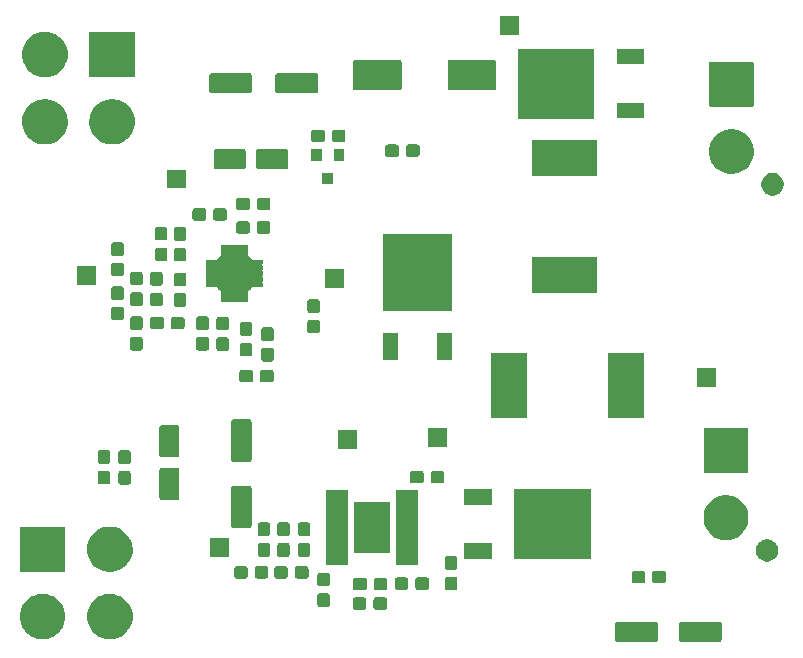
<source format=gts>
G04 #@! TF.GenerationSoftware,KiCad,Pcbnew,5.1.4-e60b266~84~ubuntu16.04.1*
G04 #@! TF.CreationDate,2019-09-26T20:17:56+05:30*
G04 #@! TF.ProjectId,sick_kinect_powerBoard,7369636b-5f6b-4696-9e65-63745f706f77,rev?*
G04 #@! TF.SameCoordinates,Original*
G04 #@! TF.FileFunction,Soldermask,Top*
G04 #@! TF.FilePolarity,Negative*
%FSLAX46Y46*%
G04 Gerber Fmt 4.6, Leading zero omitted, Abs format (unit mm)*
G04 Created by KiCad (PCBNEW 5.1.4-e60b266~84~ubuntu16.04.1) date 2019-09-26 20:17:56*
%MOMM*%
%LPD*%
G04 APERTURE LIST*
%ADD10C,0.100000*%
G04 APERTURE END LIST*
D10*
G36*
X171105997Y-112378051D02*
G01*
X171139652Y-112388261D01*
X171170665Y-112404838D01*
X171197851Y-112427149D01*
X171220162Y-112454335D01*
X171236739Y-112485348D01*
X171246949Y-112519003D01*
X171251000Y-112560138D01*
X171251000Y-113889862D01*
X171246949Y-113930997D01*
X171236739Y-113964652D01*
X171220162Y-113995665D01*
X171197851Y-114022851D01*
X171170665Y-114045162D01*
X171139652Y-114061739D01*
X171105997Y-114071949D01*
X171064862Y-114076000D01*
X167835138Y-114076000D01*
X167794003Y-114071949D01*
X167760348Y-114061739D01*
X167729335Y-114045162D01*
X167702149Y-114022851D01*
X167679838Y-113995665D01*
X167663261Y-113964652D01*
X167653051Y-113930997D01*
X167649000Y-113889862D01*
X167649000Y-112560138D01*
X167653051Y-112519003D01*
X167663261Y-112485348D01*
X167679838Y-112454335D01*
X167702149Y-112427149D01*
X167729335Y-112404838D01*
X167760348Y-112388261D01*
X167794003Y-112378051D01*
X167835138Y-112374000D01*
X171064862Y-112374000D01*
X171105997Y-112378051D01*
X171105997Y-112378051D01*
G37*
G36*
X165705997Y-112378051D02*
G01*
X165739652Y-112388261D01*
X165770665Y-112404838D01*
X165797851Y-112427149D01*
X165820162Y-112454335D01*
X165836739Y-112485348D01*
X165846949Y-112519003D01*
X165851000Y-112560138D01*
X165851000Y-113889862D01*
X165846949Y-113930997D01*
X165836739Y-113964652D01*
X165820162Y-113995665D01*
X165797851Y-114022851D01*
X165770665Y-114045162D01*
X165739652Y-114061739D01*
X165705997Y-114071949D01*
X165664862Y-114076000D01*
X162435138Y-114076000D01*
X162394003Y-114071949D01*
X162360348Y-114061739D01*
X162329335Y-114045162D01*
X162302149Y-114022851D01*
X162279838Y-113995665D01*
X162263261Y-113964652D01*
X162253051Y-113930997D01*
X162249000Y-113889862D01*
X162249000Y-112560138D01*
X162253051Y-112519003D01*
X162263261Y-112485348D01*
X162279838Y-112454335D01*
X162302149Y-112427149D01*
X162329335Y-112404838D01*
X162360348Y-112388261D01*
X162394003Y-112378051D01*
X162435138Y-112374000D01*
X165664862Y-112374000D01*
X165705997Y-112378051D01*
X165705997Y-112378051D01*
G37*
G36*
X114138003Y-110063446D02*
G01*
X114311793Y-110098015D01*
X114559639Y-110200676D01*
X114647333Y-110237000D01*
X114662303Y-110243201D01*
X114977753Y-110453978D01*
X115246022Y-110722247D01*
X115456799Y-111037697D01*
X115601985Y-111388207D01*
X115676000Y-111760306D01*
X115676000Y-112139694D01*
X115601985Y-112511793D01*
X115456799Y-112862303D01*
X115246022Y-113177753D01*
X114977753Y-113446022D01*
X114662303Y-113656799D01*
X114311793Y-113801985D01*
X114187760Y-113826657D01*
X113939696Y-113876000D01*
X113560304Y-113876000D01*
X113312240Y-113826657D01*
X113188207Y-113801985D01*
X112837697Y-113656799D01*
X112522247Y-113446022D01*
X112253978Y-113177753D01*
X112043201Y-112862303D01*
X111898015Y-112511793D01*
X111824000Y-112139694D01*
X111824000Y-111760306D01*
X111898015Y-111388207D01*
X112043201Y-111037697D01*
X112253978Y-110722247D01*
X112522247Y-110453978D01*
X112837697Y-110243201D01*
X112852668Y-110237000D01*
X112940361Y-110200676D01*
X113188207Y-110098015D01*
X113361997Y-110063446D01*
X113560304Y-110024000D01*
X113939696Y-110024000D01*
X114138003Y-110063446D01*
X114138003Y-110063446D01*
G37*
G36*
X119838003Y-110063446D02*
G01*
X120011793Y-110098015D01*
X120259639Y-110200676D01*
X120347333Y-110237000D01*
X120362303Y-110243201D01*
X120677753Y-110453978D01*
X120946022Y-110722247D01*
X121156799Y-111037697D01*
X121301985Y-111388207D01*
X121376000Y-111760306D01*
X121376000Y-112139694D01*
X121301985Y-112511793D01*
X121156799Y-112862303D01*
X120946022Y-113177753D01*
X120677753Y-113446022D01*
X120362303Y-113656799D01*
X120011793Y-113801985D01*
X119887760Y-113826657D01*
X119639696Y-113876000D01*
X119260304Y-113876000D01*
X119012240Y-113826657D01*
X118888207Y-113801985D01*
X118537697Y-113656799D01*
X118222247Y-113446022D01*
X117953978Y-113177753D01*
X117743201Y-112862303D01*
X117598015Y-112511793D01*
X117524000Y-112139694D01*
X117524000Y-111760306D01*
X117598015Y-111388207D01*
X117743201Y-111037697D01*
X117953978Y-110722247D01*
X118222247Y-110453978D01*
X118537697Y-110243201D01*
X118552668Y-110237000D01*
X118640361Y-110200676D01*
X118888207Y-110098015D01*
X119061997Y-110063446D01*
X119260304Y-110024000D01*
X119639696Y-110024000D01*
X119838003Y-110063446D01*
X119838003Y-110063446D01*
G37*
G36*
X142764499Y-110328445D02*
G01*
X142801995Y-110339820D01*
X142836554Y-110358292D01*
X142866847Y-110383153D01*
X142891708Y-110413446D01*
X142910180Y-110448005D01*
X142921555Y-110485501D01*
X142926000Y-110530638D01*
X142926000Y-111169362D01*
X142921555Y-111214499D01*
X142910180Y-111251995D01*
X142891708Y-111286554D01*
X142866847Y-111316847D01*
X142836554Y-111341708D01*
X142801995Y-111360180D01*
X142764499Y-111371555D01*
X142719362Y-111376000D01*
X141980638Y-111376000D01*
X141935501Y-111371555D01*
X141898005Y-111360180D01*
X141863446Y-111341708D01*
X141833153Y-111316847D01*
X141808292Y-111286554D01*
X141789820Y-111251995D01*
X141778445Y-111214499D01*
X141774000Y-111169362D01*
X141774000Y-110530638D01*
X141778445Y-110485501D01*
X141789820Y-110448005D01*
X141808292Y-110413446D01*
X141833153Y-110383153D01*
X141863446Y-110358292D01*
X141898005Y-110339820D01*
X141935501Y-110328445D01*
X141980638Y-110324000D01*
X142719362Y-110324000D01*
X142764499Y-110328445D01*
X142764499Y-110328445D01*
G37*
G36*
X141014499Y-110328445D02*
G01*
X141051995Y-110339820D01*
X141086554Y-110358292D01*
X141116847Y-110383153D01*
X141141708Y-110413446D01*
X141160180Y-110448005D01*
X141171555Y-110485501D01*
X141176000Y-110530638D01*
X141176000Y-111169362D01*
X141171555Y-111214499D01*
X141160180Y-111251995D01*
X141141708Y-111286554D01*
X141116847Y-111316847D01*
X141086554Y-111341708D01*
X141051995Y-111360180D01*
X141014499Y-111371555D01*
X140969362Y-111376000D01*
X140230638Y-111376000D01*
X140185501Y-111371555D01*
X140148005Y-111360180D01*
X140113446Y-111341708D01*
X140083153Y-111316847D01*
X140058292Y-111286554D01*
X140039820Y-111251995D01*
X140028445Y-111214499D01*
X140024000Y-111169362D01*
X140024000Y-110530638D01*
X140028445Y-110485501D01*
X140039820Y-110448005D01*
X140058292Y-110413446D01*
X140083153Y-110383153D01*
X140113446Y-110358292D01*
X140148005Y-110339820D01*
X140185501Y-110328445D01*
X140230638Y-110324000D01*
X140969362Y-110324000D01*
X141014499Y-110328445D01*
X141014499Y-110328445D01*
G37*
G36*
X137914499Y-109978445D02*
G01*
X137951995Y-109989820D01*
X137986554Y-110008292D01*
X138016847Y-110033153D01*
X138041708Y-110063446D01*
X138060180Y-110098005D01*
X138071555Y-110135501D01*
X138076000Y-110180638D01*
X138076000Y-110919362D01*
X138071555Y-110964499D01*
X138060180Y-111001995D01*
X138041708Y-111036554D01*
X138016847Y-111066847D01*
X137986554Y-111091708D01*
X137951995Y-111110180D01*
X137914499Y-111121555D01*
X137869362Y-111126000D01*
X137230638Y-111126000D01*
X137185501Y-111121555D01*
X137148005Y-111110180D01*
X137113446Y-111091708D01*
X137083153Y-111066847D01*
X137058292Y-111036554D01*
X137039820Y-111001995D01*
X137028445Y-110964499D01*
X137024000Y-110919362D01*
X137024000Y-110180638D01*
X137028445Y-110135501D01*
X137039820Y-110098005D01*
X137058292Y-110063446D01*
X137083153Y-110033153D01*
X137113446Y-110008292D01*
X137148005Y-109989820D01*
X137185501Y-109978445D01*
X137230638Y-109974000D01*
X137869362Y-109974000D01*
X137914499Y-109978445D01*
X137914499Y-109978445D01*
G37*
G36*
X141039499Y-108678445D02*
G01*
X141076995Y-108689820D01*
X141111554Y-108708292D01*
X141141847Y-108733153D01*
X141166708Y-108763446D01*
X141185180Y-108798005D01*
X141196555Y-108835501D01*
X141201000Y-108880638D01*
X141201000Y-109519362D01*
X141196555Y-109564499D01*
X141185180Y-109601995D01*
X141166708Y-109636554D01*
X141141847Y-109666847D01*
X141111554Y-109691708D01*
X141076995Y-109710180D01*
X141039499Y-109721555D01*
X140994362Y-109726000D01*
X140255638Y-109726000D01*
X140210501Y-109721555D01*
X140173005Y-109710180D01*
X140138446Y-109691708D01*
X140108153Y-109666847D01*
X140083292Y-109636554D01*
X140064820Y-109601995D01*
X140053445Y-109564499D01*
X140049000Y-109519362D01*
X140049000Y-108880638D01*
X140053445Y-108835501D01*
X140064820Y-108798005D01*
X140083292Y-108763446D01*
X140108153Y-108733153D01*
X140138446Y-108708292D01*
X140173005Y-108689820D01*
X140210501Y-108678445D01*
X140255638Y-108674000D01*
X140994362Y-108674000D01*
X141039499Y-108678445D01*
X141039499Y-108678445D01*
G37*
G36*
X142789499Y-108678445D02*
G01*
X142826995Y-108689820D01*
X142861554Y-108708292D01*
X142891847Y-108733153D01*
X142916708Y-108763446D01*
X142935180Y-108798005D01*
X142946555Y-108835501D01*
X142951000Y-108880638D01*
X142951000Y-109519362D01*
X142946555Y-109564499D01*
X142935180Y-109601995D01*
X142916708Y-109636554D01*
X142891847Y-109666847D01*
X142861554Y-109691708D01*
X142826995Y-109710180D01*
X142789499Y-109721555D01*
X142744362Y-109726000D01*
X142005638Y-109726000D01*
X141960501Y-109721555D01*
X141923005Y-109710180D01*
X141888446Y-109691708D01*
X141858153Y-109666847D01*
X141833292Y-109636554D01*
X141814820Y-109601995D01*
X141803445Y-109564499D01*
X141799000Y-109519362D01*
X141799000Y-108880638D01*
X141803445Y-108835501D01*
X141814820Y-108798005D01*
X141833292Y-108763446D01*
X141858153Y-108733153D01*
X141888446Y-108708292D01*
X141923005Y-108689820D01*
X141960501Y-108678445D01*
X142005638Y-108674000D01*
X142744362Y-108674000D01*
X142789499Y-108678445D01*
X142789499Y-108678445D01*
G37*
G36*
X148714499Y-108578445D02*
G01*
X148751995Y-108589820D01*
X148786554Y-108608292D01*
X148816847Y-108633153D01*
X148841708Y-108663446D01*
X148860180Y-108698005D01*
X148871555Y-108735501D01*
X148876000Y-108780638D01*
X148876000Y-109519362D01*
X148871555Y-109564499D01*
X148860180Y-109601995D01*
X148841708Y-109636554D01*
X148816847Y-109666847D01*
X148786554Y-109691708D01*
X148751995Y-109710180D01*
X148714499Y-109721555D01*
X148669362Y-109726000D01*
X148030638Y-109726000D01*
X147985501Y-109721555D01*
X147948005Y-109710180D01*
X147913446Y-109691708D01*
X147883153Y-109666847D01*
X147858292Y-109636554D01*
X147839820Y-109601995D01*
X147828445Y-109564499D01*
X147824000Y-109519362D01*
X147824000Y-108780638D01*
X147828445Y-108735501D01*
X147839820Y-108698005D01*
X147858292Y-108663446D01*
X147883153Y-108633153D01*
X147913446Y-108608292D01*
X147948005Y-108589820D01*
X147985501Y-108578445D01*
X148030638Y-108574000D01*
X148669362Y-108574000D01*
X148714499Y-108578445D01*
X148714499Y-108578445D01*
G37*
G36*
X146314499Y-108628445D02*
G01*
X146351995Y-108639820D01*
X146386554Y-108658292D01*
X146416847Y-108683153D01*
X146441708Y-108713446D01*
X146460180Y-108748005D01*
X146471555Y-108785501D01*
X146476000Y-108830638D01*
X146476000Y-109469362D01*
X146471555Y-109514499D01*
X146460180Y-109551995D01*
X146441708Y-109586554D01*
X146416847Y-109616847D01*
X146386554Y-109641708D01*
X146351995Y-109660180D01*
X146314499Y-109671555D01*
X146269362Y-109676000D01*
X145530638Y-109676000D01*
X145485501Y-109671555D01*
X145448005Y-109660180D01*
X145413446Y-109641708D01*
X145383153Y-109616847D01*
X145358292Y-109586554D01*
X145339820Y-109551995D01*
X145328445Y-109514499D01*
X145324000Y-109469362D01*
X145324000Y-108830638D01*
X145328445Y-108785501D01*
X145339820Y-108748005D01*
X145358292Y-108713446D01*
X145383153Y-108683153D01*
X145413446Y-108658292D01*
X145448005Y-108639820D01*
X145485501Y-108628445D01*
X145530638Y-108624000D01*
X146269362Y-108624000D01*
X146314499Y-108628445D01*
X146314499Y-108628445D01*
G37*
G36*
X144564499Y-108628445D02*
G01*
X144601995Y-108639820D01*
X144636554Y-108658292D01*
X144666847Y-108683153D01*
X144691708Y-108713446D01*
X144710180Y-108748005D01*
X144721555Y-108785501D01*
X144726000Y-108830638D01*
X144726000Y-109469362D01*
X144721555Y-109514499D01*
X144710180Y-109551995D01*
X144691708Y-109586554D01*
X144666847Y-109616847D01*
X144636554Y-109641708D01*
X144601995Y-109660180D01*
X144564499Y-109671555D01*
X144519362Y-109676000D01*
X143780638Y-109676000D01*
X143735501Y-109671555D01*
X143698005Y-109660180D01*
X143663446Y-109641708D01*
X143633153Y-109616847D01*
X143608292Y-109586554D01*
X143589820Y-109551995D01*
X143578445Y-109514499D01*
X143574000Y-109469362D01*
X143574000Y-108830638D01*
X143578445Y-108785501D01*
X143589820Y-108748005D01*
X143608292Y-108713446D01*
X143633153Y-108683153D01*
X143663446Y-108658292D01*
X143698005Y-108639820D01*
X143735501Y-108628445D01*
X143780638Y-108624000D01*
X144519362Y-108624000D01*
X144564499Y-108628445D01*
X144564499Y-108628445D01*
G37*
G36*
X137914499Y-108228445D02*
G01*
X137951995Y-108239820D01*
X137986554Y-108258292D01*
X138016847Y-108283153D01*
X138041708Y-108313446D01*
X138060180Y-108348005D01*
X138071555Y-108385501D01*
X138076000Y-108430638D01*
X138076000Y-109169362D01*
X138071555Y-109214499D01*
X138060180Y-109251995D01*
X138041708Y-109286554D01*
X138016847Y-109316847D01*
X137986554Y-109341708D01*
X137951995Y-109360180D01*
X137914499Y-109371555D01*
X137869362Y-109376000D01*
X137230638Y-109376000D01*
X137185501Y-109371555D01*
X137148005Y-109360180D01*
X137113446Y-109341708D01*
X137083153Y-109316847D01*
X137058292Y-109286554D01*
X137039820Y-109251995D01*
X137028445Y-109214499D01*
X137024000Y-109169362D01*
X137024000Y-108430638D01*
X137028445Y-108385501D01*
X137039820Y-108348005D01*
X137058292Y-108313446D01*
X137083153Y-108283153D01*
X137113446Y-108258292D01*
X137148005Y-108239820D01*
X137185501Y-108228445D01*
X137230638Y-108224000D01*
X137869362Y-108224000D01*
X137914499Y-108228445D01*
X137914499Y-108228445D01*
G37*
G36*
X166364499Y-108078445D02*
G01*
X166401995Y-108089820D01*
X166436554Y-108108292D01*
X166466847Y-108133153D01*
X166491708Y-108163446D01*
X166510180Y-108198005D01*
X166521555Y-108235501D01*
X166526000Y-108280638D01*
X166526000Y-108919362D01*
X166521555Y-108964499D01*
X166510180Y-109001995D01*
X166491708Y-109036554D01*
X166466847Y-109066847D01*
X166436554Y-109091708D01*
X166401995Y-109110180D01*
X166364499Y-109121555D01*
X166319362Y-109126000D01*
X165580638Y-109126000D01*
X165535501Y-109121555D01*
X165498005Y-109110180D01*
X165463446Y-109091708D01*
X165433153Y-109066847D01*
X165408292Y-109036554D01*
X165389820Y-109001995D01*
X165378445Y-108964499D01*
X165374000Y-108919362D01*
X165374000Y-108280638D01*
X165378445Y-108235501D01*
X165389820Y-108198005D01*
X165408292Y-108163446D01*
X165433153Y-108133153D01*
X165463446Y-108108292D01*
X165498005Y-108089820D01*
X165535501Y-108078445D01*
X165580638Y-108074000D01*
X166319362Y-108074000D01*
X166364499Y-108078445D01*
X166364499Y-108078445D01*
G37*
G36*
X164614499Y-108078445D02*
G01*
X164651995Y-108089820D01*
X164686554Y-108108292D01*
X164716847Y-108133153D01*
X164741708Y-108163446D01*
X164760180Y-108198005D01*
X164771555Y-108235501D01*
X164776000Y-108280638D01*
X164776000Y-108919362D01*
X164771555Y-108964499D01*
X164760180Y-109001995D01*
X164741708Y-109036554D01*
X164716847Y-109066847D01*
X164686554Y-109091708D01*
X164651995Y-109110180D01*
X164614499Y-109121555D01*
X164569362Y-109126000D01*
X163830638Y-109126000D01*
X163785501Y-109121555D01*
X163748005Y-109110180D01*
X163713446Y-109091708D01*
X163683153Y-109066847D01*
X163658292Y-109036554D01*
X163639820Y-109001995D01*
X163628445Y-108964499D01*
X163624000Y-108919362D01*
X163624000Y-108280638D01*
X163628445Y-108235501D01*
X163639820Y-108198005D01*
X163658292Y-108163446D01*
X163683153Y-108133153D01*
X163713446Y-108108292D01*
X163748005Y-108089820D01*
X163785501Y-108078445D01*
X163830638Y-108074000D01*
X164569362Y-108074000D01*
X164614499Y-108078445D01*
X164614499Y-108078445D01*
G37*
G36*
X132714499Y-107678445D02*
G01*
X132751995Y-107689820D01*
X132786554Y-107708292D01*
X132816847Y-107733153D01*
X132841708Y-107763446D01*
X132860180Y-107798005D01*
X132871555Y-107835501D01*
X132876000Y-107880638D01*
X132876000Y-108519362D01*
X132871555Y-108564499D01*
X132860180Y-108601995D01*
X132841708Y-108636554D01*
X132816847Y-108666847D01*
X132786554Y-108691708D01*
X132751995Y-108710180D01*
X132714499Y-108721555D01*
X132669362Y-108726000D01*
X131930638Y-108726000D01*
X131885501Y-108721555D01*
X131848005Y-108710180D01*
X131813446Y-108691708D01*
X131783153Y-108666847D01*
X131758292Y-108636554D01*
X131739820Y-108601995D01*
X131728445Y-108564499D01*
X131724000Y-108519362D01*
X131724000Y-107880638D01*
X131728445Y-107835501D01*
X131739820Y-107798005D01*
X131758292Y-107763446D01*
X131783153Y-107733153D01*
X131813446Y-107708292D01*
X131848005Y-107689820D01*
X131885501Y-107678445D01*
X131930638Y-107674000D01*
X132669362Y-107674000D01*
X132714499Y-107678445D01*
X132714499Y-107678445D01*
G37*
G36*
X130964499Y-107678445D02*
G01*
X131001995Y-107689820D01*
X131036554Y-107708292D01*
X131066847Y-107733153D01*
X131091708Y-107763446D01*
X131110180Y-107798005D01*
X131121555Y-107835501D01*
X131126000Y-107880638D01*
X131126000Y-108519362D01*
X131121555Y-108564499D01*
X131110180Y-108601995D01*
X131091708Y-108636554D01*
X131066847Y-108666847D01*
X131036554Y-108691708D01*
X131001995Y-108710180D01*
X130964499Y-108721555D01*
X130919362Y-108726000D01*
X130180638Y-108726000D01*
X130135501Y-108721555D01*
X130098005Y-108710180D01*
X130063446Y-108691708D01*
X130033153Y-108666847D01*
X130008292Y-108636554D01*
X129989820Y-108601995D01*
X129978445Y-108564499D01*
X129974000Y-108519362D01*
X129974000Y-107880638D01*
X129978445Y-107835501D01*
X129989820Y-107798005D01*
X130008292Y-107763446D01*
X130033153Y-107733153D01*
X130063446Y-107708292D01*
X130098005Y-107689820D01*
X130135501Y-107678445D01*
X130180638Y-107674000D01*
X130919362Y-107674000D01*
X130964499Y-107678445D01*
X130964499Y-107678445D01*
G37*
G36*
X136114499Y-107678445D02*
G01*
X136151995Y-107689820D01*
X136186554Y-107708292D01*
X136216847Y-107733153D01*
X136241708Y-107763446D01*
X136260180Y-107798005D01*
X136271555Y-107835501D01*
X136276000Y-107880638D01*
X136276000Y-108519362D01*
X136271555Y-108564499D01*
X136260180Y-108601995D01*
X136241708Y-108636554D01*
X136216847Y-108666847D01*
X136186554Y-108691708D01*
X136151995Y-108710180D01*
X136114499Y-108721555D01*
X136069362Y-108726000D01*
X135330638Y-108726000D01*
X135285501Y-108721555D01*
X135248005Y-108710180D01*
X135213446Y-108691708D01*
X135183153Y-108666847D01*
X135158292Y-108636554D01*
X135139820Y-108601995D01*
X135128445Y-108564499D01*
X135124000Y-108519362D01*
X135124000Y-107880638D01*
X135128445Y-107835501D01*
X135139820Y-107798005D01*
X135158292Y-107763446D01*
X135183153Y-107733153D01*
X135213446Y-107708292D01*
X135248005Y-107689820D01*
X135285501Y-107678445D01*
X135330638Y-107674000D01*
X136069362Y-107674000D01*
X136114499Y-107678445D01*
X136114499Y-107678445D01*
G37*
G36*
X134364499Y-107678445D02*
G01*
X134401995Y-107689820D01*
X134436554Y-107708292D01*
X134466847Y-107733153D01*
X134491708Y-107763446D01*
X134510180Y-107798005D01*
X134521555Y-107835501D01*
X134526000Y-107880638D01*
X134526000Y-108519362D01*
X134521555Y-108564499D01*
X134510180Y-108601995D01*
X134491708Y-108636554D01*
X134466847Y-108666847D01*
X134436554Y-108691708D01*
X134401995Y-108710180D01*
X134364499Y-108721555D01*
X134319362Y-108726000D01*
X133580638Y-108726000D01*
X133535501Y-108721555D01*
X133498005Y-108710180D01*
X133463446Y-108691708D01*
X133433153Y-108666847D01*
X133408292Y-108636554D01*
X133389820Y-108601995D01*
X133378445Y-108564499D01*
X133374000Y-108519362D01*
X133374000Y-107880638D01*
X133378445Y-107835501D01*
X133389820Y-107798005D01*
X133408292Y-107763446D01*
X133433153Y-107733153D01*
X133463446Y-107708292D01*
X133498005Y-107689820D01*
X133535501Y-107678445D01*
X133580638Y-107674000D01*
X134319362Y-107674000D01*
X134364499Y-107678445D01*
X134364499Y-107678445D01*
G37*
G36*
X115676000Y-108176000D02*
G01*
X111824000Y-108176000D01*
X111824000Y-104324000D01*
X115676000Y-104324000D01*
X115676000Y-108176000D01*
X115676000Y-108176000D01*
G37*
G36*
X119874295Y-104370665D02*
G01*
X120011793Y-104398015D01*
X120362303Y-104543201D01*
X120677753Y-104753978D01*
X120946022Y-105022247D01*
X121104646Y-105259644D01*
X121156800Y-105337699D01*
X121183826Y-105402946D01*
X121301985Y-105688207D01*
X121312251Y-105739820D01*
X121350208Y-105930638D01*
X121376000Y-106060306D01*
X121376000Y-106439694D01*
X121301985Y-106811793D01*
X121156799Y-107162303D01*
X120946022Y-107477753D01*
X120677753Y-107746022D01*
X120362303Y-107956799D01*
X120011793Y-108101985D01*
X119929656Y-108118323D01*
X119639696Y-108176000D01*
X119260304Y-108176000D01*
X118970344Y-108118323D01*
X118888207Y-108101985D01*
X118537697Y-107956799D01*
X118222247Y-107746022D01*
X117953978Y-107477753D01*
X117743201Y-107162303D01*
X117598015Y-106811793D01*
X117524000Y-106439694D01*
X117524000Y-106060306D01*
X117549793Y-105930638D01*
X117587749Y-105739820D01*
X117598015Y-105688207D01*
X117716174Y-105402946D01*
X117743200Y-105337699D01*
X117795355Y-105259644D01*
X117953978Y-105022247D01*
X118222247Y-104753978D01*
X118537697Y-104543201D01*
X118888207Y-104398015D01*
X119025705Y-104370665D01*
X119260304Y-104324000D01*
X119639696Y-104324000D01*
X119874295Y-104370665D01*
X119874295Y-104370665D01*
G37*
G36*
X148714499Y-106828445D02*
G01*
X148751995Y-106839820D01*
X148786554Y-106858292D01*
X148816847Y-106883153D01*
X148841708Y-106913446D01*
X148860180Y-106948005D01*
X148871555Y-106985501D01*
X148876000Y-107030638D01*
X148876000Y-107769362D01*
X148871555Y-107814499D01*
X148860180Y-107851995D01*
X148841708Y-107886554D01*
X148816847Y-107916847D01*
X148786554Y-107941708D01*
X148751995Y-107960180D01*
X148714499Y-107971555D01*
X148669362Y-107976000D01*
X148030638Y-107976000D01*
X147985501Y-107971555D01*
X147948005Y-107960180D01*
X147913446Y-107941708D01*
X147883153Y-107916847D01*
X147858292Y-107886554D01*
X147839820Y-107851995D01*
X147828445Y-107814499D01*
X147824000Y-107769362D01*
X147824000Y-107030638D01*
X147828445Y-106985501D01*
X147839820Y-106948005D01*
X147858292Y-106913446D01*
X147883153Y-106883153D01*
X147913446Y-106858292D01*
X147948005Y-106839820D01*
X147985501Y-106828445D01*
X148030638Y-106824000D01*
X148669362Y-106824000D01*
X148714499Y-106828445D01*
X148714499Y-106828445D01*
G37*
G36*
X139621000Y-107586000D02*
G01*
X137739000Y-107586000D01*
X137739000Y-101214000D01*
X139621000Y-101214000D01*
X139621000Y-107586000D01*
X139621000Y-107586000D01*
G37*
G36*
X145561000Y-107586000D02*
G01*
X143679000Y-107586000D01*
X143679000Y-101214000D01*
X145561000Y-101214000D01*
X145561000Y-107586000D01*
X145561000Y-107586000D01*
G37*
G36*
X175382395Y-105430546D02*
G01*
X175555466Y-105502234D01*
X175555467Y-105502235D01*
X175711227Y-105606310D01*
X175843690Y-105738773D01*
X175885289Y-105801031D01*
X175947766Y-105894534D01*
X176019454Y-106067605D01*
X176056000Y-106251333D01*
X176056000Y-106438667D01*
X176019454Y-106622395D01*
X175947766Y-106795466D01*
X175916868Y-106841708D01*
X175843690Y-106951227D01*
X175711227Y-107083690D01*
X175706273Y-107087000D01*
X175555466Y-107187766D01*
X175382395Y-107259454D01*
X175198667Y-107296000D01*
X175011333Y-107296000D01*
X174827605Y-107259454D01*
X174654534Y-107187766D01*
X174503727Y-107087000D01*
X174498773Y-107083690D01*
X174366310Y-106951227D01*
X174293132Y-106841708D01*
X174262234Y-106795466D01*
X174190546Y-106622395D01*
X174154000Y-106438667D01*
X174154000Y-106251333D01*
X174190546Y-106067605D01*
X174262234Y-105894534D01*
X174324711Y-105801031D01*
X174366310Y-105738773D01*
X174498773Y-105606310D01*
X174654533Y-105502235D01*
X174654534Y-105502234D01*
X174827605Y-105430546D01*
X175011333Y-105394000D01*
X175198667Y-105394000D01*
X175382395Y-105430546D01*
X175382395Y-105430546D01*
G37*
G36*
X160176000Y-107051000D02*
G01*
X153674000Y-107051000D01*
X153674000Y-101149000D01*
X160176000Y-101149000D01*
X160176000Y-107051000D01*
X160176000Y-107051000D01*
G37*
G36*
X151776000Y-107031000D02*
G01*
X149474000Y-107031000D01*
X149474000Y-105729000D01*
X151776000Y-105729000D01*
X151776000Y-107031000D01*
X151776000Y-107031000D01*
G37*
G36*
X129551000Y-106901000D02*
G01*
X127949000Y-106901000D01*
X127949000Y-105299000D01*
X129551000Y-105299000D01*
X129551000Y-106901000D01*
X129551000Y-106901000D01*
G37*
G36*
X132864499Y-105728445D02*
G01*
X132901995Y-105739820D01*
X132936554Y-105758292D01*
X132966847Y-105783153D01*
X132991708Y-105813446D01*
X133010180Y-105848005D01*
X133021555Y-105885501D01*
X133026000Y-105930638D01*
X133026000Y-106669362D01*
X133021555Y-106714499D01*
X133010180Y-106751995D01*
X132991708Y-106786554D01*
X132966847Y-106816847D01*
X132936554Y-106841708D01*
X132901995Y-106860180D01*
X132864499Y-106871555D01*
X132819362Y-106876000D01*
X132180638Y-106876000D01*
X132135501Y-106871555D01*
X132098005Y-106860180D01*
X132063446Y-106841708D01*
X132033153Y-106816847D01*
X132008292Y-106786554D01*
X131989820Y-106751995D01*
X131978445Y-106714499D01*
X131974000Y-106669362D01*
X131974000Y-105930638D01*
X131978445Y-105885501D01*
X131989820Y-105848005D01*
X132008292Y-105813446D01*
X132033153Y-105783153D01*
X132063446Y-105758292D01*
X132098005Y-105739820D01*
X132135501Y-105728445D01*
X132180638Y-105724000D01*
X132819362Y-105724000D01*
X132864499Y-105728445D01*
X132864499Y-105728445D01*
G37*
G36*
X136264499Y-105728445D02*
G01*
X136301995Y-105739820D01*
X136336554Y-105758292D01*
X136366847Y-105783153D01*
X136391708Y-105813446D01*
X136410180Y-105848005D01*
X136421555Y-105885501D01*
X136426000Y-105930638D01*
X136426000Y-106669362D01*
X136421555Y-106714499D01*
X136410180Y-106751995D01*
X136391708Y-106786554D01*
X136366847Y-106816847D01*
X136336554Y-106841708D01*
X136301995Y-106860180D01*
X136264499Y-106871555D01*
X136219362Y-106876000D01*
X135580638Y-106876000D01*
X135535501Y-106871555D01*
X135498005Y-106860180D01*
X135463446Y-106841708D01*
X135433153Y-106816847D01*
X135408292Y-106786554D01*
X135389820Y-106751995D01*
X135378445Y-106714499D01*
X135374000Y-106669362D01*
X135374000Y-105930638D01*
X135378445Y-105885501D01*
X135389820Y-105848005D01*
X135408292Y-105813446D01*
X135433153Y-105783153D01*
X135463446Y-105758292D01*
X135498005Y-105739820D01*
X135535501Y-105728445D01*
X135580638Y-105724000D01*
X136219362Y-105724000D01*
X136264499Y-105728445D01*
X136264499Y-105728445D01*
G37*
G36*
X134514499Y-105728445D02*
G01*
X134551995Y-105739820D01*
X134586554Y-105758292D01*
X134616847Y-105783153D01*
X134641708Y-105813446D01*
X134660180Y-105848005D01*
X134671555Y-105885501D01*
X134676000Y-105930638D01*
X134676000Y-106669362D01*
X134671555Y-106714499D01*
X134660180Y-106751995D01*
X134641708Y-106786554D01*
X134616847Y-106816847D01*
X134586554Y-106841708D01*
X134551995Y-106860180D01*
X134514499Y-106871555D01*
X134469362Y-106876000D01*
X133830638Y-106876000D01*
X133785501Y-106871555D01*
X133748005Y-106860180D01*
X133713446Y-106841708D01*
X133683153Y-106816847D01*
X133658292Y-106786554D01*
X133639820Y-106751995D01*
X133628445Y-106714499D01*
X133624000Y-106669362D01*
X133624000Y-105930638D01*
X133628445Y-105885501D01*
X133639820Y-105848005D01*
X133658292Y-105813446D01*
X133683153Y-105783153D01*
X133713446Y-105758292D01*
X133748005Y-105739820D01*
X133785501Y-105728445D01*
X133830638Y-105724000D01*
X134469362Y-105724000D01*
X134514499Y-105728445D01*
X134514499Y-105728445D01*
G37*
G36*
X143201000Y-106551000D02*
G01*
X140099000Y-106551000D01*
X140099000Y-102249000D01*
X143201000Y-102249000D01*
X143201000Y-106551000D01*
X143201000Y-106551000D01*
G37*
G36*
X171995866Y-101710527D02*
G01*
X172179501Y-101747054D01*
X172525461Y-101890356D01*
X172836817Y-102098397D01*
X173101603Y-102363183D01*
X173309644Y-102674539D01*
X173452946Y-103020499D01*
X173526000Y-103387768D01*
X173526000Y-103762232D01*
X173452946Y-104129501D01*
X173309644Y-104475461D01*
X173101603Y-104786817D01*
X172836817Y-105051603D01*
X172525461Y-105259644D01*
X172179501Y-105402946D01*
X172040746Y-105430546D01*
X171812233Y-105476000D01*
X171437767Y-105476000D01*
X171209254Y-105430546D01*
X171070499Y-105402946D01*
X170724539Y-105259644D01*
X170413183Y-105051603D01*
X170148397Y-104786817D01*
X169940356Y-104475461D01*
X169797054Y-104129501D01*
X169724000Y-103762232D01*
X169724000Y-103387768D01*
X169797054Y-103020499D01*
X169940356Y-102674539D01*
X170148397Y-102363183D01*
X170413183Y-102098397D01*
X170724539Y-101890356D01*
X171070499Y-101747054D01*
X171437767Y-101674000D01*
X171812233Y-101674000D01*
X171995866Y-101710527D01*
X171995866Y-101710527D01*
G37*
G36*
X132864499Y-103978445D02*
G01*
X132901995Y-103989820D01*
X132936554Y-104008292D01*
X132966847Y-104033153D01*
X132991708Y-104063446D01*
X133010180Y-104098005D01*
X133021555Y-104135501D01*
X133026000Y-104180638D01*
X133026000Y-104919362D01*
X133021555Y-104964499D01*
X133010180Y-105001995D01*
X132991708Y-105036554D01*
X132966847Y-105066847D01*
X132936554Y-105091708D01*
X132901995Y-105110180D01*
X132864499Y-105121555D01*
X132819362Y-105126000D01*
X132180638Y-105126000D01*
X132135501Y-105121555D01*
X132098005Y-105110180D01*
X132063446Y-105091708D01*
X132033153Y-105066847D01*
X132008292Y-105036554D01*
X131989820Y-105001995D01*
X131978445Y-104964499D01*
X131974000Y-104919362D01*
X131974000Y-104180638D01*
X131978445Y-104135501D01*
X131989820Y-104098005D01*
X132008292Y-104063446D01*
X132033153Y-104033153D01*
X132063446Y-104008292D01*
X132098005Y-103989820D01*
X132135501Y-103978445D01*
X132180638Y-103974000D01*
X132819362Y-103974000D01*
X132864499Y-103978445D01*
X132864499Y-103978445D01*
G37*
G36*
X134514499Y-103978445D02*
G01*
X134551995Y-103989820D01*
X134586554Y-104008292D01*
X134616847Y-104033153D01*
X134641708Y-104063446D01*
X134660180Y-104098005D01*
X134671555Y-104135501D01*
X134676000Y-104180638D01*
X134676000Y-104919362D01*
X134671555Y-104964499D01*
X134660180Y-105001995D01*
X134641708Y-105036554D01*
X134616847Y-105066847D01*
X134586554Y-105091708D01*
X134551995Y-105110180D01*
X134514499Y-105121555D01*
X134469362Y-105126000D01*
X133830638Y-105126000D01*
X133785501Y-105121555D01*
X133748005Y-105110180D01*
X133713446Y-105091708D01*
X133683153Y-105066847D01*
X133658292Y-105036554D01*
X133639820Y-105001995D01*
X133628445Y-104964499D01*
X133624000Y-104919362D01*
X133624000Y-104180638D01*
X133628445Y-104135501D01*
X133639820Y-104098005D01*
X133658292Y-104063446D01*
X133683153Y-104033153D01*
X133713446Y-104008292D01*
X133748005Y-103989820D01*
X133785501Y-103978445D01*
X133830638Y-103974000D01*
X134469362Y-103974000D01*
X134514499Y-103978445D01*
X134514499Y-103978445D01*
G37*
G36*
X136264499Y-103978445D02*
G01*
X136301995Y-103989820D01*
X136336554Y-104008292D01*
X136366847Y-104033153D01*
X136391708Y-104063446D01*
X136410180Y-104098005D01*
X136421555Y-104135501D01*
X136426000Y-104180638D01*
X136426000Y-104919362D01*
X136421555Y-104964499D01*
X136410180Y-105001995D01*
X136391708Y-105036554D01*
X136366847Y-105066847D01*
X136336554Y-105091708D01*
X136301995Y-105110180D01*
X136264499Y-105121555D01*
X136219362Y-105126000D01*
X135580638Y-105126000D01*
X135535501Y-105121555D01*
X135498005Y-105110180D01*
X135463446Y-105091708D01*
X135433153Y-105066847D01*
X135408292Y-105036554D01*
X135389820Y-105001995D01*
X135378445Y-104964499D01*
X135374000Y-104919362D01*
X135374000Y-104180638D01*
X135378445Y-104135501D01*
X135389820Y-104098005D01*
X135408292Y-104063446D01*
X135433153Y-104033153D01*
X135463446Y-104008292D01*
X135498005Y-103989820D01*
X135535501Y-103978445D01*
X135580638Y-103974000D01*
X136219362Y-103974000D01*
X136264499Y-103978445D01*
X136264499Y-103978445D01*
G37*
G36*
X131305997Y-100853051D02*
G01*
X131339652Y-100863261D01*
X131370665Y-100879838D01*
X131397851Y-100902149D01*
X131420162Y-100929335D01*
X131436739Y-100960348D01*
X131446949Y-100994003D01*
X131451000Y-101035138D01*
X131451000Y-104264862D01*
X131446949Y-104305997D01*
X131436739Y-104339652D01*
X131420162Y-104370665D01*
X131397851Y-104397851D01*
X131370665Y-104420162D01*
X131339652Y-104436739D01*
X131305997Y-104446949D01*
X131264862Y-104451000D01*
X129935138Y-104451000D01*
X129894003Y-104446949D01*
X129860348Y-104436739D01*
X129829335Y-104420162D01*
X129802149Y-104397851D01*
X129779838Y-104370665D01*
X129763261Y-104339652D01*
X129753051Y-104305997D01*
X129749000Y-104264862D01*
X129749000Y-101035138D01*
X129753051Y-100994003D01*
X129763261Y-100960348D01*
X129779838Y-100929335D01*
X129802149Y-100902149D01*
X129829335Y-100879838D01*
X129860348Y-100863261D01*
X129894003Y-100853051D01*
X129935138Y-100849000D01*
X131264862Y-100849000D01*
X131305997Y-100853051D01*
X131305997Y-100853051D01*
G37*
G36*
X151776000Y-102471000D02*
G01*
X149474000Y-102471000D01*
X149474000Y-101169000D01*
X151776000Y-101169000D01*
X151776000Y-102471000D01*
X151776000Y-102471000D01*
G37*
G36*
X125205997Y-99353051D02*
G01*
X125239652Y-99363261D01*
X125270665Y-99379838D01*
X125297851Y-99402149D01*
X125320162Y-99429335D01*
X125336739Y-99460348D01*
X125346949Y-99494003D01*
X125351000Y-99535138D01*
X125351000Y-101864862D01*
X125346949Y-101905997D01*
X125336739Y-101939652D01*
X125320162Y-101970665D01*
X125297851Y-101997851D01*
X125270665Y-102020162D01*
X125239652Y-102036739D01*
X125205997Y-102046949D01*
X125164862Y-102051000D01*
X123835138Y-102051000D01*
X123794003Y-102046949D01*
X123760348Y-102036739D01*
X123729335Y-102020162D01*
X123702149Y-101997851D01*
X123679838Y-101970665D01*
X123663261Y-101939652D01*
X123653051Y-101905997D01*
X123649000Y-101864862D01*
X123649000Y-99535138D01*
X123653051Y-99494003D01*
X123663261Y-99460348D01*
X123679838Y-99429335D01*
X123702149Y-99402149D01*
X123729335Y-99379838D01*
X123760348Y-99363261D01*
X123794003Y-99353051D01*
X123835138Y-99349000D01*
X125164862Y-99349000D01*
X125205997Y-99353051D01*
X125205997Y-99353051D01*
G37*
G36*
X121064499Y-99628445D02*
G01*
X121101995Y-99639820D01*
X121136554Y-99658292D01*
X121166847Y-99683153D01*
X121191708Y-99713446D01*
X121210180Y-99748005D01*
X121221555Y-99785501D01*
X121226000Y-99830638D01*
X121226000Y-100569362D01*
X121221555Y-100614499D01*
X121210180Y-100651995D01*
X121191708Y-100686554D01*
X121166847Y-100716847D01*
X121136554Y-100741708D01*
X121101995Y-100760180D01*
X121064499Y-100771555D01*
X121019362Y-100776000D01*
X120380638Y-100776000D01*
X120335501Y-100771555D01*
X120298005Y-100760180D01*
X120263446Y-100741708D01*
X120233153Y-100716847D01*
X120208292Y-100686554D01*
X120189820Y-100651995D01*
X120178445Y-100614499D01*
X120174000Y-100569362D01*
X120174000Y-99830638D01*
X120178445Y-99785501D01*
X120189820Y-99748005D01*
X120208292Y-99713446D01*
X120233153Y-99683153D01*
X120263446Y-99658292D01*
X120298005Y-99639820D01*
X120335501Y-99628445D01*
X120380638Y-99624000D01*
X121019362Y-99624000D01*
X121064499Y-99628445D01*
X121064499Y-99628445D01*
G37*
G36*
X119314499Y-99603445D02*
G01*
X119351995Y-99614820D01*
X119386554Y-99633292D01*
X119416847Y-99658153D01*
X119441708Y-99688446D01*
X119460180Y-99723005D01*
X119471555Y-99760501D01*
X119476000Y-99805638D01*
X119476000Y-100544362D01*
X119471555Y-100589499D01*
X119460180Y-100626995D01*
X119441708Y-100661554D01*
X119416847Y-100691847D01*
X119386554Y-100716708D01*
X119351995Y-100735180D01*
X119314499Y-100746555D01*
X119269362Y-100751000D01*
X118630638Y-100751000D01*
X118585501Y-100746555D01*
X118548005Y-100735180D01*
X118513446Y-100716708D01*
X118483153Y-100691847D01*
X118458292Y-100661554D01*
X118439820Y-100626995D01*
X118428445Y-100589499D01*
X118424000Y-100544362D01*
X118424000Y-99805638D01*
X118428445Y-99760501D01*
X118439820Y-99723005D01*
X118458292Y-99688446D01*
X118483153Y-99658153D01*
X118513446Y-99633292D01*
X118548005Y-99614820D01*
X118585501Y-99603445D01*
X118630638Y-99599000D01*
X119269362Y-99599000D01*
X119314499Y-99603445D01*
X119314499Y-99603445D01*
G37*
G36*
X145864499Y-99628445D02*
G01*
X145901995Y-99639820D01*
X145936554Y-99658292D01*
X145966847Y-99683153D01*
X145991708Y-99713446D01*
X146010180Y-99748005D01*
X146021555Y-99785501D01*
X146026000Y-99830638D01*
X146026000Y-100469362D01*
X146021555Y-100514499D01*
X146010180Y-100551995D01*
X145991708Y-100586554D01*
X145966847Y-100616847D01*
X145936554Y-100641708D01*
X145901995Y-100660180D01*
X145864499Y-100671555D01*
X145819362Y-100676000D01*
X145080638Y-100676000D01*
X145035501Y-100671555D01*
X144998005Y-100660180D01*
X144963446Y-100641708D01*
X144933153Y-100616847D01*
X144908292Y-100586554D01*
X144889820Y-100551995D01*
X144878445Y-100514499D01*
X144874000Y-100469362D01*
X144874000Y-99830638D01*
X144878445Y-99785501D01*
X144889820Y-99748005D01*
X144908292Y-99713446D01*
X144933153Y-99683153D01*
X144963446Y-99658292D01*
X144998005Y-99639820D01*
X145035501Y-99628445D01*
X145080638Y-99624000D01*
X145819362Y-99624000D01*
X145864499Y-99628445D01*
X145864499Y-99628445D01*
G37*
G36*
X147614499Y-99628445D02*
G01*
X147651995Y-99639820D01*
X147686554Y-99658292D01*
X147716847Y-99683153D01*
X147741708Y-99713446D01*
X147760180Y-99748005D01*
X147771555Y-99785501D01*
X147776000Y-99830638D01*
X147776000Y-100469362D01*
X147771555Y-100514499D01*
X147760180Y-100551995D01*
X147741708Y-100586554D01*
X147716847Y-100616847D01*
X147686554Y-100641708D01*
X147651995Y-100660180D01*
X147614499Y-100671555D01*
X147569362Y-100676000D01*
X146830638Y-100676000D01*
X146785501Y-100671555D01*
X146748005Y-100660180D01*
X146713446Y-100641708D01*
X146683153Y-100616847D01*
X146658292Y-100586554D01*
X146639820Y-100551995D01*
X146628445Y-100514499D01*
X146624000Y-100469362D01*
X146624000Y-99830638D01*
X146628445Y-99785501D01*
X146639820Y-99748005D01*
X146658292Y-99713446D01*
X146683153Y-99683153D01*
X146713446Y-99658292D01*
X146748005Y-99639820D01*
X146785501Y-99628445D01*
X146830638Y-99624000D01*
X147569362Y-99624000D01*
X147614499Y-99628445D01*
X147614499Y-99628445D01*
G37*
G36*
X173406119Y-95977452D02*
G01*
X173433923Y-95985886D01*
X173459540Y-95999578D01*
X173481994Y-96018006D01*
X173500422Y-96040460D01*
X173514114Y-96066077D01*
X173522548Y-96093881D01*
X173526000Y-96128927D01*
X173526000Y-99621073D01*
X173522548Y-99656119D01*
X173514114Y-99683923D01*
X173500422Y-99709540D01*
X173481994Y-99731994D01*
X173459540Y-99750422D01*
X173433923Y-99764114D01*
X173406119Y-99772548D01*
X173371073Y-99776000D01*
X169878927Y-99776000D01*
X169843881Y-99772548D01*
X169816077Y-99764114D01*
X169790460Y-99750422D01*
X169768006Y-99731994D01*
X169749578Y-99709540D01*
X169735886Y-99683923D01*
X169727452Y-99656119D01*
X169724000Y-99621073D01*
X169724000Y-96128927D01*
X169727452Y-96093881D01*
X169735886Y-96066077D01*
X169749578Y-96040460D01*
X169768006Y-96018006D01*
X169790460Y-95999578D01*
X169816077Y-95985886D01*
X169843881Y-95977452D01*
X169878927Y-95974000D01*
X173371073Y-95974000D01*
X173406119Y-95977452D01*
X173406119Y-95977452D01*
G37*
G36*
X121064499Y-97878445D02*
G01*
X121101995Y-97889820D01*
X121136554Y-97908292D01*
X121166847Y-97933153D01*
X121191708Y-97963446D01*
X121210180Y-97998005D01*
X121221555Y-98035501D01*
X121226000Y-98080638D01*
X121226000Y-98819362D01*
X121221555Y-98864499D01*
X121210180Y-98901995D01*
X121191708Y-98936554D01*
X121166847Y-98966847D01*
X121136554Y-98991708D01*
X121101995Y-99010180D01*
X121064499Y-99021555D01*
X121019362Y-99026000D01*
X120380638Y-99026000D01*
X120335501Y-99021555D01*
X120298005Y-99010180D01*
X120263446Y-98991708D01*
X120233153Y-98966847D01*
X120208292Y-98936554D01*
X120189820Y-98901995D01*
X120178445Y-98864499D01*
X120174000Y-98819362D01*
X120174000Y-98080638D01*
X120178445Y-98035501D01*
X120189820Y-97998005D01*
X120208292Y-97963446D01*
X120233153Y-97933153D01*
X120263446Y-97908292D01*
X120298005Y-97889820D01*
X120335501Y-97878445D01*
X120380638Y-97874000D01*
X121019362Y-97874000D01*
X121064499Y-97878445D01*
X121064499Y-97878445D01*
G37*
G36*
X119314499Y-97853445D02*
G01*
X119351995Y-97864820D01*
X119386554Y-97883292D01*
X119416847Y-97908153D01*
X119441708Y-97938446D01*
X119460180Y-97973005D01*
X119471555Y-98010501D01*
X119476000Y-98055638D01*
X119476000Y-98794362D01*
X119471555Y-98839499D01*
X119460180Y-98876995D01*
X119441708Y-98911554D01*
X119416847Y-98941847D01*
X119386554Y-98966708D01*
X119351995Y-98985180D01*
X119314499Y-98996555D01*
X119269362Y-99001000D01*
X118630638Y-99001000D01*
X118585501Y-98996555D01*
X118548005Y-98985180D01*
X118513446Y-98966708D01*
X118483153Y-98941847D01*
X118458292Y-98911554D01*
X118439820Y-98876995D01*
X118428445Y-98839499D01*
X118424000Y-98794362D01*
X118424000Y-98055638D01*
X118428445Y-98010501D01*
X118439820Y-97973005D01*
X118458292Y-97938446D01*
X118483153Y-97908153D01*
X118513446Y-97883292D01*
X118548005Y-97864820D01*
X118585501Y-97853445D01*
X118630638Y-97849000D01*
X119269362Y-97849000D01*
X119314499Y-97853445D01*
X119314499Y-97853445D01*
G37*
G36*
X131305997Y-95253051D02*
G01*
X131339652Y-95263261D01*
X131370665Y-95279838D01*
X131397851Y-95302149D01*
X131420162Y-95329335D01*
X131436739Y-95360348D01*
X131446949Y-95394003D01*
X131451000Y-95435138D01*
X131451000Y-98664862D01*
X131446949Y-98705997D01*
X131436739Y-98739652D01*
X131420162Y-98770665D01*
X131397851Y-98797851D01*
X131370665Y-98820162D01*
X131339652Y-98836739D01*
X131305997Y-98846949D01*
X131264862Y-98851000D01*
X129935138Y-98851000D01*
X129894003Y-98846949D01*
X129860348Y-98836739D01*
X129829335Y-98820162D01*
X129802149Y-98797851D01*
X129779838Y-98770665D01*
X129763261Y-98739652D01*
X129753051Y-98705997D01*
X129749000Y-98664862D01*
X129749000Y-95435138D01*
X129753051Y-95394003D01*
X129763261Y-95360348D01*
X129779838Y-95329335D01*
X129802149Y-95302149D01*
X129829335Y-95279838D01*
X129860348Y-95263261D01*
X129894003Y-95253051D01*
X129935138Y-95249000D01*
X131264862Y-95249000D01*
X131305997Y-95253051D01*
X131305997Y-95253051D01*
G37*
G36*
X125205997Y-95753051D02*
G01*
X125239652Y-95763261D01*
X125270665Y-95779838D01*
X125297851Y-95802149D01*
X125320162Y-95829335D01*
X125336739Y-95860348D01*
X125346949Y-95894003D01*
X125351000Y-95935138D01*
X125351000Y-98264862D01*
X125346949Y-98305997D01*
X125336739Y-98339652D01*
X125320162Y-98370665D01*
X125297851Y-98397851D01*
X125270665Y-98420162D01*
X125239652Y-98436739D01*
X125205997Y-98446949D01*
X125164862Y-98451000D01*
X123835138Y-98451000D01*
X123794003Y-98446949D01*
X123760348Y-98436739D01*
X123729335Y-98420162D01*
X123702149Y-98397851D01*
X123679838Y-98370665D01*
X123663261Y-98339652D01*
X123653051Y-98305997D01*
X123649000Y-98264862D01*
X123649000Y-95935138D01*
X123653051Y-95894003D01*
X123663261Y-95860348D01*
X123679838Y-95829335D01*
X123702149Y-95802149D01*
X123729335Y-95779838D01*
X123760348Y-95763261D01*
X123794003Y-95753051D01*
X123835138Y-95749000D01*
X125164862Y-95749000D01*
X125205997Y-95753051D01*
X125205997Y-95753051D01*
G37*
G36*
X140351000Y-97751000D02*
G01*
X138749000Y-97751000D01*
X138749000Y-96149000D01*
X140351000Y-96149000D01*
X140351000Y-97751000D01*
X140351000Y-97751000D01*
G37*
G36*
X148001000Y-97551000D02*
G01*
X146399000Y-97551000D01*
X146399000Y-95949000D01*
X148001000Y-95949000D01*
X148001000Y-97551000D01*
X148001000Y-97551000D01*
G37*
G36*
X154751000Y-95101000D02*
G01*
X151749000Y-95101000D01*
X151749000Y-89599000D01*
X154751000Y-89599000D01*
X154751000Y-95101000D01*
X154751000Y-95101000D01*
G37*
G36*
X164651000Y-95101000D02*
G01*
X161649000Y-95101000D01*
X161649000Y-89599000D01*
X164651000Y-89599000D01*
X164651000Y-95101000D01*
X164651000Y-95101000D01*
G37*
G36*
X170776000Y-92501000D02*
G01*
X169174000Y-92501000D01*
X169174000Y-90899000D01*
X170776000Y-90899000D01*
X170776000Y-92501000D01*
X170776000Y-92501000D01*
G37*
G36*
X133164499Y-91078445D02*
G01*
X133201995Y-91089820D01*
X133236554Y-91108292D01*
X133266847Y-91133153D01*
X133291708Y-91163446D01*
X133310180Y-91198005D01*
X133321555Y-91235501D01*
X133326000Y-91280638D01*
X133326000Y-91919362D01*
X133321555Y-91964499D01*
X133310180Y-92001995D01*
X133291708Y-92036554D01*
X133266847Y-92066847D01*
X133236554Y-92091708D01*
X133201995Y-92110180D01*
X133164499Y-92121555D01*
X133119362Y-92126000D01*
X132380638Y-92126000D01*
X132335501Y-92121555D01*
X132298005Y-92110180D01*
X132263446Y-92091708D01*
X132233153Y-92066847D01*
X132208292Y-92036554D01*
X132189820Y-92001995D01*
X132178445Y-91964499D01*
X132174000Y-91919362D01*
X132174000Y-91280638D01*
X132178445Y-91235501D01*
X132189820Y-91198005D01*
X132208292Y-91163446D01*
X132233153Y-91133153D01*
X132263446Y-91108292D01*
X132298005Y-91089820D01*
X132335501Y-91078445D01*
X132380638Y-91074000D01*
X133119362Y-91074000D01*
X133164499Y-91078445D01*
X133164499Y-91078445D01*
G37*
G36*
X131414499Y-91078445D02*
G01*
X131451995Y-91089820D01*
X131486554Y-91108292D01*
X131516847Y-91133153D01*
X131541708Y-91163446D01*
X131560180Y-91198005D01*
X131571555Y-91235501D01*
X131576000Y-91280638D01*
X131576000Y-91919362D01*
X131571555Y-91964499D01*
X131560180Y-92001995D01*
X131541708Y-92036554D01*
X131516847Y-92066847D01*
X131486554Y-92091708D01*
X131451995Y-92110180D01*
X131414499Y-92121555D01*
X131369362Y-92126000D01*
X130630638Y-92126000D01*
X130585501Y-92121555D01*
X130548005Y-92110180D01*
X130513446Y-92091708D01*
X130483153Y-92066847D01*
X130458292Y-92036554D01*
X130439820Y-92001995D01*
X130428445Y-91964499D01*
X130424000Y-91919362D01*
X130424000Y-91280638D01*
X130428445Y-91235501D01*
X130439820Y-91198005D01*
X130458292Y-91163446D01*
X130483153Y-91133153D01*
X130513446Y-91108292D01*
X130548005Y-91089820D01*
X130585501Y-91078445D01*
X130630638Y-91074000D01*
X131369362Y-91074000D01*
X131414499Y-91078445D01*
X131414499Y-91078445D01*
G37*
G36*
X133164499Y-89203445D02*
G01*
X133201995Y-89214820D01*
X133236554Y-89233292D01*
X133266847Y-89258153D01*
X133291708Y-89288446D01*
X133310180Y-89323005D01*
X133321555Y-89360501D01*
X133326000Y-89405638D01*
X133326000Y-90144362D01*
X133321555Y-90189499D01*
X133310180Y-90226995D01*
X133291708Y-90261554D01*
X133266847Y-90291847D01*
X133236554Y-90316708D01*
X133201995Y-90335180D01*
X133164499Y-90346555D01*
X133119362Y-90351000D01*
X132480638Y-90351000D01*
X132435501Y-90346555D01*
X132398005Y-90335180D01*
X132363446Y-90316708D01*
X132333153Y-90291847D01*
X132308292Y-90261554D01*
X132289820Y-90226995D01*
X132278445Y-90189499D01*
X132274000Y-90144362D01*
X132274000Y-89405638D01*
X132278445Y-89360501D01*
X132289820Y-89323005D01*
X132308292Y-89288446D01*
X132333153Y-89258153D01*
X132363446Y-89233292D01*
X132398005Y-89214820D01*
X132435501Y-89203445D01*
X132480638Y-89199000D01*
X133119362Y-89199000D01*
X133164499Y-89203445D01*
X133164499Y-89203445D01*
G37*
G36*
X148431000Y-90251000D02*
G01*
X147129000Y-90251000D01*
X147129000Y-87949000D01*
X148431000Y-87949000D01*
X148431000Y-90251000D01*
X148431000Y-90251000D01*
G37*
G36*
X143871000Y-90251000D02*
G01*
X142569000Y-90251000D01*
X142569000Y-87949000D01*
X143871000Y-87949000D01*
X143871000Y-90251000D01*
X143871000Y-90251000D01*
G37*
G36*
X131364499Y-88778445D02*
G01*
X131401995Y-88789820D01*
X131436554Y-88808292D01*
X131466847Y-88833153D01*
X131491708Y-88863446D01*
X131510180Y-88898005D01*
X131521555Y-88935501D01*
X131526000Y-88980638D01*
X131526000Y-89719362D01*
X131521555Y-89764499D01*
X131510180Y-89801995D01*
X131491708Y-89836554D01*
X131466847Y-89866847D01*
X131436554Y-89891708D01*
X131401995Y-89910180D01*
X131364499Y-89921555D01*
X131319362Y-89926000D01*
X130680638Y-89926000D01*
X130635501Y-89921555D01*
X130598005Y-89910180D01*
X130563446Y-89891708D01*
X130533153Y-89866847D01*
X130508292Y-89836554D01*
X130489820Y-89801995D01*
X130478445Y-89764499D01*
X130474000Y-89719362D01*
X130474000Y-88980638D01*
X130478445Y-88935501D01*
X130489820Y-88898005D01*
X130508292Y-88863446D01*
X130533153Y-88833153D01*
X130563446Y-88808292D01*
X130598005Y-88789820D01*
X130635501Y-88778445D01*
X130680638Y-88774000D01*
X131319362Y-88774000D01*
X131364499Y-88778445D01*
X131364499Y-88778445D01*
G37*
G36*
X129364499Y-88303445D02*
G01*
X129401995Y-88314820D01*
X129436554Y-88333292D01*
X129466847Y-88358153D01*
X129491708Y-88388446D01*
X129510180Y-88423005D01*
X129521555Y-88460501D01*
X129526000Y-88505638D01*
X129526000Y-89244362D01*
X129521555Y-89289499D01*
X129510180Y-89326995D01*
X129491708Y-89361554D01*
X129466847Y-89391847D01*
X129436554Y-89416708D01*
X129401995Y-89435180D01*
X129364499Y-89446555D01*
X129319362Y-89451000D01*
X128680638Y-89451000D01*
X128635501Y-89446555D01*
X128598005Y-89435180D01*
X128563446Y-89416708D01*
X128533153Y-89391847D01*
X128508292Y-89361554D01*
X128489820Y-89326995D01*
X128478445Y-89289499D01*
X128474000Y-89244362D01*
X128474000Y-88505638D01*
X128478445Y-88460501D01*
X128489820Y-88423005D01*
X128508292Y-88388446D01*
X128533153Y-88358153D01*
X128563446Y-88333292D01*
X128598005Y-88314820D01*
X128635501Y-88303445D01*
X128680638Y-88299000D01*
X129319362Y-88299000D01*
X129364499Y-88303445D01*
X129364499Y-88303445D01*
G37*
G36*
X122064499Y-88278445D02*
G01*
X122101995Y-88289820D01*
X122136554Y-88308292D01*
X122166847Y-88333153D01*
X122191708Y-88363446D01*
X122210180Y-88398005D01*
X122221555Y-88435501D01*
X122226000Y-88480638D01*
X122226000Y-89219362D01*
X122221555Y-89264499D01*
X122210180Y-89301995D01*
X122191708Y-89336554D01*
X122166847Y-89366847D01*
X122136554Y-89391708D01*
X122101995Y-89410180D01*
X122064499Y-89421555D01*
X122019362Y-89426000D01*
X121380638Y-89426000D01*
X121335501Y-89421555D01*
X121298005Y-89410180D01*
X121263446Y-89391708D01*
X121233153Y-89366847D01*
X121208292Y-89336554D01*
X121189820Y-89301995D01*
X121178445Y-89264499D01*
X121174000Y-89219362D01*
X121174000Y-88480638D01*
X121178445Y-88435501D01*
X121189820Y-88398005D01*
X121208292Y-88363446D01*
X121233153Y-88333153D01*
X121263446Y-88308292D01*
X121298005Y-88289820D01*
X121335501Y-88278445D01*
X121380638Y-88274000D01*
X122019362Y-88274000D01*
X122064499Y-88278445D01*
X122064499Y-88278445D01*
G37*
G36*
X127664499Y-88278445D02*
G01*
X127701995Y-88289820D01*
X127736554Y-88308292D01*
X127766847Y-88333153D01*
X127791708Y-88363446D01*
X127810180Y-88398005D01*
X127821555Y-88435501D01*
X127826000Y-88480638D01*
X127826000Y-89219362D01*
X127821555Y-89264499D01*
X127810180Y-89301995D01*
X127791708Y-89336554D01*
X127766847Y-89366847D01*
X127736554Y-89391708D01*
X127701995Y-89410180D01*
X127664499Y-89421555D01*
X127619362Y-89426000D01*
X126980638Y-89426000D01*
X126935501Y-89421555D01*
X126898005Y-89410180D01*
X126863446Y-89391708D01*
X126833153Y-89366847D01*
X126808292Y-89336554D01*
X126789820Y-89301995D01*
X126778445Y-89264499D01*
X126774000Y-89219362D01*
X126774000Y-88480638D01*
X126778445Y-88435501D01*
X126789820Y-88398005D01*
X126808292Y-88363446D01*
X126833153Y-88333153D01*
X126863446Y-88308292D01*
X126898005Y-88289820D01*
X126935501Y-88278445D01*
X126980638Y-88274000D01*
X127619362Y-88274000D01*
X127664499Y-88278445D01*
X127664499Y-88278445D01*
G37*
G36*
X133164499Y-87453445D02*
G01*
X133201995Y-87464820D01*
X133236554Y-87483292D01*
X133266847Y-87508153D01*
X133291708Y-87538446D01*
X133310180Y-87573005D01*
X133321555Y-87610501D01*
X133326000Y-87655638D01*
X133326000Y-88394362D01*
X133321555Y-88439499D01*
X133310180Y-88476995D01*
X133291708Y-88511554D01*
X133266847Y-88541847D01*
X133236554Y-88566708D01*
X133201995Y-88585180D01*
X133164499Y-88596555D01*
X133119362Y-88601000D01*
X132480638Y-88601000D01*
X132435501Y-88596555D01*
X132398005Y-88585180D01*
X132363446Y-88566708D01*
X132333153Y-88541847D01*
X132308292Y-88511554D01*
X132289820Y-88476995D01*
X132278445Y-88439499D01*
X132274000Y-88394362D01*
X132274000Y-87655638D01*
X132278445Y-87610501D01*
X132289820Y-87573005D01*
X132308292Y-87538446D01*
X132333153Y-87508153D01*
X132363446Y-87483292D01*
X132398005Y-87464820D01*
X132435501Y-87453445D01*
X132480638Y-87449000D01*
X133119362Y-87449000D01*
X133164499Y-87453445D01*
X133164499Y-87453445D01*
G37*
G36*
X131364499Y-87028445D02*
G01*
X131401995Y-87039820D01*
X131436554Y-87058292D01*
X131466847Y-87083153D01*
X131491708Y-87113446D01*
X131510180Y-87148005D01*
X131521555Y-87185501D01*
X131526000Y-87230638D01*
X131526000Y-87969362D01*
X131521555Y-88014499D01*
X131510180Y-88051995D01*
X131491708Y-88086554D01*
X131466847Y-88116847D01*
X131436554Y-88141708D01*
X131401995Y-88160180D01*
X131364499Y-88171555D01*
X131319362Y-88176000D01*
X130680638Y-88176000D01*
X130635501Y-88171555D01*
X130598005Y-88160180D01*
X130563446Y-88141708D01*
X130533153Y-88116847D01*
X130508292Y-88086554D01*
X130489820Y-88051995D01*
X130478445Y-88014499D01*
X130474000Y-87969362D01*
X130474000Y-87230638D01*
X130478445Y-87185501D01*
X130489820Y-87148005D01*
X130508292Y-87113446D01*
X130533153Y-87083153D01*
X130563446Y-87058292D01*
X130598005Y-87039820D01*
X130635501Y-87028445D01*
X130680638Y-87024000D01*
X131319362Y-87024000D01*
X131364499Y-87028445D01*
X131364499Y-87028445D01*
G37*
G36*
X137064499Y-86828445D02*
G01*
X137101995Y-86839820D01*
X137136554Y-86858292D01*
X137166847Y-86883153D01*
X137191708Y-86913446D01*
X137210180Y-86948005D01*
X137221555Y-86985501D01*
X137226000Y-87030638D01*
X137226000Y-87769362D01*
X137221555Y-87814499D01*
X137210180Y-87851995D01*
X137191708Y-87886554D01*
X137166847Y-87916847D01*
X137136554Y-87941708D01*
X137101995Y-87960180D01*
X137064499Y-87971555D01*
X137019362Y-87976000D01*
X136380638Y-87976000D01*
X136335501Y-87971555D01*
X136298005Y-87960180D01*
X136263446Y-87941708D01*
X136233153Y-87916847D01*
X136208292Y-87886554D01*
X136189820Y-87851995D01*
X136178445Y-87814499D01*
X136174000Y-87769362D01*
X136174000Y-87030638D01*
X136178445Y-86985501D01*
X136189820Y-86948005D01*
X136208292Y-86913446D01*
X136233153Y-86883153D01*
X136263446Y-86858292D01*
X136298005Y-86839820D01*
X136335501Y-86828445D01*
X136380638Y-86824000D01*
X137019362Y-86824000D01*
X137064499Y-86828445D01*
X137064499Y-86828445D01*
G37*
G36*
X129364499Y-86553445D02*
G01*
X129401995Y-86564820D01*
X129436554Y-86583292D01*
X129466847Y-86608153D01*
X129491708Y-86638446D01*
X129510180Y-86673005D01*
X129521555Y-86710501D01*
X129526000Y-86755638D01*
X129526000Y-87494362D01*
X129521555Y-87539499D01*
X129510180Y-87576995D01*
X129491708Y-87611554D01*
X129466847Y-87641847D01*
X129436554Y-87666708D01*
X129401995Y-87685180D01*
X129364499Y-87696555D01*
X129319362Y-87701000D01*
X128680638Y-87701000D01*
X128635501Y-87696555D01*
X128598005Y-87685180D01*
X128563446Y-87666708D01*
X128533153Y-87641847D01*
X128508292Y-87611554D01*
X128489820Y-87576995D01*
X128478445Y-87539499D01*
X128474000Y-87494362D01*
X128474000Y-86755638D01*
X128478445Y-86710501D01*
X128489820Y-86673005D01*
X128508292Y-86638446D01*
X128533153Y-86608153D01*
X128563446Y-86583292D01*
X128598005Y-86564820D01*
X128635501Y-86553445D01*
X128680638Y-86549000D01*
X129319362Y-86549000D01*
X129364499Y-86553445D01*
X129364499Y-86553445D01*
G37*
G36*
X127664499Y-86528445D02*
G01*
X127701995Y-86539820D01*
X127736554Y-86558292D01*
X127766847Y-86583153D01*
X127791708Y-86613446D01*
X127810180Y-86648005D01*
X127821555Y-86685501D01*
X127826000Y-86730638D01*
X127826000Y-87469362D01*
X127821555Y-87514499D01*
X127810180Y-87551995D01*
X127791708Y-87586554D01*
X127766847Y-87616847D01*
X127736554Y-87641708D01*
X127701995Y-87660180D01*
X127664499Y-87671555D01*
X127619362Y-87676000D01*
X126980638Y-87676000D01*
X126935501Y-87671555D01*
X126898005Y-87660180D01*
X126863446Y-87641708D01*
X126833153Y-87616847D01*
X126808292Y-87586554D01*
X126789820Y-87551995D01*
X126778445Y-87514499D01*
X126774000Y-87469362D01*
X126774000Y-86730638D01*
X126778445Y-86685501D01*
X126789820Y-86648005D01*
X126808292Y-86613446D01*
X126833153Y-86583153D01*
X126863446Y-86558292D01*
X126898005Y-86539820D01*
X126935501Y-86528445D01*
X126980638Y-86524000D01*
X127619362Y-86524000D01*
X127664499Y-86528445D01*
X127664499Y-86528445D01*
G37*
G36*
X122064499Y-86528445D02*
G01*
X122101995Y-86539820D01*
X122136554Y-86558292D01*
X122166847Y-86583153D01*
X122191708Y-86613446D01*
X122210180Y-86648005D01*
X122221555Y-86685501D01*
X122226000Y-86730638D01*
X122226000Y-87469362D01*
X122221555Y-87514499D01*
X122210180Y-87551995D01*
X122191708Y-87586554D01*
X122166847Y-87616847D01*
X122136554Y-87641708D01*
X122101995Y-87660180D01*
X122064499Y-87671555D01*
X122019362Y-87676000D01*
X121380638Y-87676000D01*
X121335501Y-87671555D01*
X121298005Y-87660180D01*
X121263446Y-87641708D01*
X121233153Y-87616847D01*
X121208292Y-87586554D01*
X121189820Y-87551995D01*
X121178445Y-87514499D01*
X121174000Y-87469362D01*
X121174000Y-86730638D01*
X121178445Y-86685501D01*
X121189820Y-86648005D01*
X121208292Y-86613446D01*
X121233153Y-86583153D01*
X121263446Y-86558292D01*
X121298005Y-86539820D01*
X121335501Y-86528445D01*
X121380638Y-86524000D01*
X122019362Y-86524000D01*
X122064499Y-86528445D01*
X122064499Y-86528445D01*
G37*
G36*
X123864499Y-86578445D02*
G01*
X123901995Y-86589820D01*
X123936554Y-86608292D01*
X123966847Y-86633153D01*
X123991708Y-86663446D01*
X124010180Y-86698005D01*
X124021555Y-86735501D01*
X124026000Y-86780638D01*
X124026000Y-87419362D01*
X124021555Y-87464499D01*
X124010180Y-87501995D01*
X123991708Y-87536554D01*
X123966847Y-87566847D01*
X123936554Y-87591708D01*
X123901995Y-87610180D01*
X123864499Y-87621555D01*
X123819362Y-87626000D01*
X123080638Y-87626000D01*
X123035501Y-87621555D01*
X122998005Y-87610180D01*
X122963446Y-87591708D01*
X122933153Y-87566847D01*
X122908292Y-87536554D01*
X122889820Y-87501995D01*
X122878445Y-87464499D01*
X122874000Y-87419362D01*
X122874000Y-86780638D01*
X122878445Y-86735501D01*
X122889820Y-86698005D01*
X122908292Y-86663446D01*
X122933153Y-86633153D01*
X122963446Y-86608292D01*
X122998005Y-86589820D01*
X123035501Y-86578445D01*
X123080638Y-86574000D01*
X123819362Y-86574000D01*
X123864499Y-86578445D01*
X123864499Y-86578445D01*
G37*
G36*
X125614499Y-86578445D02*
G01*
X125651995Y-86589820D01*
X125686554Y-86608292D01*
X125716847Y-86633153D01*
X125741708Y-86663446D01*
X125760180Y-86698005D01*
X125771555Y-86735501D01*
X125776000Y-86780638D01*
X125776000Y-87419362D01*
X125771555Y-87464499D01*
X125760180Y-87501995D01*
X125741708Y-87536554D01*
X125716847Y-87566847D01*
X125686554Y-87591708D01*
X125651995Y-87610180D01*
X125614499Y-87621555D01*
X125569362Y-87626000D01*
X124830638Y-87626000D01*
X124785501Y-87621555D01*
X124748005Y-87610180D01*
X124713446Y-87591708D01*
X124683153Y-87566847D01*
X124658292Y-87536554D01*
X124639820Y-87501995D01*
X124628445Y-87464499D01*
X124624000Y-87419362D01*
X124624000Y-86780638D01*
X124628445Y-86735501D01*
X124639820Y-86698005D01*
X124658292Y-86663446D01*
X124683153Y-86633153D01*
X124713446Y-86608292D01*
X124748005Y-86589820D01*
X124785501Y-86578445D01*
X124830638Y-86574000D01*
X125569362Y-86574000D01*
X125614499Y-86578445D01*
X125614499Y-86578445D01*
G37*
G36*
X120464499Y-85728445D02*
G01*
X120501995Y-85739820D01*
X120536554Y-85758292D01*
X120566847Y-85783153D01*
X120591708Y-85813446D01*
X120610180Y-85848005D01*
X120621555Y-85885501D01*
X120626000Y-85930638D01*
X120626000Y-86669362D01*
X120621555Y-86714499D01*
X120610180Y-86751995D01*
X120591708Y-86786554D01*
X120566847Y-86816847D01*
X120536554Y-86841708D01*
X120501995Y-86860180D01*
X120464499Y-86871555D01*
X120419362Y-86876000D01*
X119780638Y-86876000D01*
X119735501Y-86871555D01*
X119698005Y-86860180D01*
X119663446Y-86841708D01*
X119633153Y-86816847D01*
X119608292Y-86786554D01*
X119589820Y-86751995D01*
X119578445Y-86714499D01*
X119574000Y-86669362D01*
X119574000Y-85930638D01*
X119578445Y-85885501D01*
X119589820Y-85848005D01*
X119608292Y-85813446D01*
X119633153Y-85783153D01*
X119663446Y-85758292D01*
X119698005Y-85739820D01*
X119735501Y-85728445D01*
X119780638Y-85724000D01*
X120419362Y-85724000D01*
X120464499Y-85728445D01*
X120464499Y-85728445D01*
G37*
G36*
X137064499Y-85078445D02*
G01*
X137101995Y-85089820D01*
X137136554Y-85108292D01*
X137166847Y-85133153D01*
X137191708Y-85163446D01*
X137210180Y-85198005D01*
X137221555Y-85235501D01*
X137226000Y-85280638D01*
X137226000Y-86019362D01*
X137221555Y-86064499D01*
X137210180Y-86101995D01*
X137191708Y-86136554D01*
X137166847Y-86166847D01*
X137136554Y-86191708D01*
X137101995Y-86210180D01*
X137064499Y-86221555D01*
X137019362Y-86226000D01*
X136380638Y-86226000D01*
X136335501Y-86221555D01*
X136298005Y-86210180D01*
X136263446Y-86191708D01*
X136233153Y-86166847D01*
X136208292Y-86136554D01*
X136189820Y-86101995D01*
X136178445Y-86064499D01*
X136174000Y-86019362D01*
X136174000Y-85280638D01*
X136178445Y-85235501D01*
X136189820Y-85198005D01*
X136208292Y-85163446D01*
X136233153Y-85133153D01*
X136263446Y-85108292D01*
X136298005Y-85089820D01*
X136335501Y-85078445D01*
X136380638Y-85074000D01*
X137019362Y-85074000D01*
X137064499Y-85078445D01*
X137064499Y-85078445D01*
G37*
G36*
X148451000Y-86051000D02*
G01*
X142549000Y-86051000D01*
X142549000Y-79549000D01*
X148451000Y-79549000D01*
X148451000Y-86051000D01*
X148451000Y-86051000D01*
G37*
G36*
X125764499Y-84578445D02*
G01*
X125801995Y-84589820D01*
X125836554Y-84608292D01*
X125866847Y-84633153D01*
X125891708Y-84663446D01*
X125910180Y-84698005D01*
X125921555Y-84735501D01*
X125926000Y-84780638D01*
X125926000Y-85519362D01*
X125921555Y-85564499D01*
X125910180Y-85601995D01*
X125891708Y-85636554D01*
X125866847Y-85666847D01*
X125836554Y-85691708D01*
X125801995Y-85710180D01*
X125764499Y-85721555D01*
X125719362Y-85726000D01*
X125080638Y-85726000D01*
X125035501Y-85721555D01*
X124998005Y-85710180D01*
X124963446Y-85691708D01*
X124933153Y-85666847D01*
X124908292Y-85636554D01*
X124889820Y-85601995D01*
X124878445Y-85564499D01*
X124874000Y-85519362D01*
X124874000Y-84780638D01*
X124878445Y-84735501D01*
X124889820Y-84698005D01*
X124908292Y-84663446D01*
X124933153Y-84633153D01*
X124963446Y-84608292D01*
X124998005Y-84589820D01*
X125035501Y-84578445D01*
X125080638Y-84574000D01*
X125719362Y-84574000D01*
X125764499Y-84578445D01*
X125764499Y-84578445D01*
G37*
G36*
X123764499Y-84528445D02*
G01*
X123801995Y-84539820D01*
X123836554Y-84558292D01*
X123866847Y-84583153D01*
X123891708Y-84613446D01*
X123910180Y-84648005D01*
X123921555Y-84685501D01*
X123926000Y-84730638D01*
X123926000Y-85469362D01*
X123921555Y-85514499D01*
X123910180Y-85551995D01*
X123891708Y-85586554D01*
X123866847Y-85616847D01*
X123836554Y-85641708D01*
X123801995Y-85660180D01*
X123764499Y-85671555D01*
X123719362Y-85676000D01*
X123080638Y-85676000D01*
X123035501Y-85671555D01*
X122998005Y-85660180D01*
X122963446Y-85641708D01*
X122933153Y-85616847D01*
X122908292Y-85586554D01*
X122889820Y-85551995D01*
X122878445Y-85514499D01*
X122874000Y-85469362D01*
X122874000Y-84730638D01*
X122878445Y-84685501D01*
X122889820Y-84648005D01*
X122908292Y-84613446D01*
X122933153Y-84583153D01*
X122963446Y-84558292D01*
X122998005Y-84539820D01*
X123035501Y-84528445D01*
X123080638Y-84524000D01*
X123719362Y-84524000D01*
X123764499Y-84528445D01*
X123764499Y-84528445D01*
G37*
G36*
X122064499Y-84503445D02*
G01*
X122101995Y-84514820D01*
X122136554Y-84533292D01*
X122166847Y-84558153D01*
X122191708Y-84588446D01*
X122210180Y-84623005D01*
X122221555Y-84660501D01*
X122226000Y-84705638D01*
X122226000Y-85444362D01*
X122221555Y-85489499D01*
X122210180Y-85526995D01*
X122191708Y-85561554D01*
X122166847Y-85591847D01*
X122136554Y-85616708D01*
X122101995Y-85635180D01*
X122064499Y-85646555D01*
X122019362Y-85651000D01*
X121380638Y-85651000D01*
X121335501Y-85646555D01*
X121298005Y-85635180D01*
X121263446Y-85616708D01*
X121233153Y-85591847D01*
X121208292Y-85561554D01*
X121189820Y-85526995D01*
X121178445Y-85489499D01*
X121174000Y-85444362D01*
X121174000Y-84705638D01*
X121178445Y-84660501D01*
X121189820Y-84623005D01*
X121208292Y-84588446D01*
X121233153Y-84558153D01*
X121263446Y-84533292D01*
X121298005Y-84514820D01*
X121335501Y-84503445D01*
X121380638Y-84499000D01*
X122019362Y-84499000D01*
X122064499Y-84503445D01*
X122064499Y-84503445D01*
G37*
G36*
X129155355Y-80500083D02*
G01*
X129160029Y-80501501D01*
X129164330Y-80503800D01*
X129170702Y-80509029D01*
X129191076Y-80522643D01*
X129213715Y-80532020D01*
X129237749Y-80536800D01*
X129262253Y-80536800D01*
X129286286Y-80532019D01*
X129308925Y-80522642D01*
X129329298Y-80509029D01*
X129335670Y-80503800D01*
X129339971Y-80501501D01*
X129344645Y-80500083D01*
X129355641Y-80499000D01*
X129644359Y-80499000D01*
X129655355Y-80500083D01*
X129660029Y-80501501D01*
X129664330Y-80503800D01*
X129670702Y-80509029D01*
X129691076Y-80522643D01*
X129713715Y-80532020D01*
X129737749Y-80536800D01*
X129762253Y-80536800D01*
X129786286Y-80532019D01*
X129808925Y-80522642D01*
X129829298Y-80509029D01*
X129835670Y-80503800D01*
X129839971Y-80501501D01*
X129844645Y-80500083D01*
X129855641Y-80499000D01*
X130144359Y-80499000D01*
X130155355Y-80500083D01*
X130160029Y-80501501D01*
X130164330Y-80503800D01*
X130170702Y-80509029D01*
X130191076Y-80522643D01*
X130213715Y-80532020D01*
X130237749Y-80536800D01*
X130262253Y-80536800D01*
X130286286Y-80532019D01*
X130308925Y-80522642D01*
X130329298Y-80509029D01*
X130335670Y-80503800D01*
X130339971Y-80501501D01*
X130344645Y-80500083D01*
X130355641Y-80499000D01*
X130644359Y-80499000D01*
X130655355Y-80500083D01*
X130660029Y-80501501D01*
X130664330Y-80503800D01*
X130670702Y-80509029D01*
X130691076Y-80522643D01*
X130713715Y-80532020D01*
X130737749Y-80536800D01*
X130762253Y-80536800D01*
X130786286Y-80532019D01*
X130808925Y-80522642D01*
X130829298Y-80509029D01*
X130835670Y-80503800D01*
X130839971Y-80501501D01*
X130844645Y-80500083D01*
X130855641Y-80499000D01*
X131144359Y-80499000D01*
X131155355Y-80500083D01*
X131160029Y-80501501D01*
X131164331Y-80503800D01*
X131168104Y-80506896D01*
X131171200Y-80510669D01*
X131173499Y-80514971D01*
X131174917Y-80519645D01*
X131176000Y-80530641D01*
X131176000Y-81375500D01*
X131176155Y-81375500D01*
X131176156Y-81392303D01*
X131180938Y-81416336D01*
X131190317Y-81438974D01*
X131203932Y-81459348D01*
X131221261Y-81476674D01*
X131241636Y-81490286D01*
X131264267Y-81499659D01*
X131303485Y-81511556D01*
X131330623Y-81526062D01*
X131354414Y-81545586D01*
X131373938Y-81569377D01*
X131388444Y-81596515D01*
X131400341Y-81635733D01*
X131409719Y-81658372D01*
X131423332Y-81678746D01*
X131440659Y-81696073D01*
X131461034Y-81709687D01*
X131483673Y-81719065D01*
X131507706Y-81723845D01*
X131524500Y-81723846D01*
X131524500Y-81724000D01*
X132369359Y-81724000D01*
X132380355Y-81725083D01*
X132385029Y-81726501D01*
X132389331Y-81728800D01*
X132393104Y-81731896D01*
X132396200Y-81735669D01*
X132398499Y-81739971D01*
X132399917Y-81744645D01*
X132401000Y-81755641D01*
X132401000Y-82044359D01*
X132399917Y-82055355D01*
X132398499Y-82060029D01*
X132396200Y-82064330D01*
X132390971Y-82070702D01*
X132377357Y-82091076D01*
X132367980Y-82113715D01*
X132363200Y-82137749D01*
X132363200Y-82162253D01*
X132367981Y-82186286D01*
X132377358Y-82208925D01*
X132390971Y-82229298D01*
X132396200Y-82235670D01*
X132398499Y-82239971D01*
X132399917Y-82244645D01*
X132401000Y-82255641D01*
X132401000Y-82544359D01*
X132399917Y-82555355D01*
X132398499Y-82560029D01*
X132396200Y-82564330D01*
X132390971Y-82570702D01*
X132377357Y-82591076D01*
X132367980Y-82613715D01*
X132363200Y-82637749D01*
X132363200Y-82662253D01*
X132367981Y-82686286D01*
X132377358Y-82708925D01*
X132390971Y-82729298D01*
X132396200Y-82735670D01*
X132398499Y-82739971D01*
X132399917Y-82744645D01*
X132401000Y-82755641D01*
X132401000Y-83044359D01*
X132399917Y-83055355D01*
X132398499Y-83060029D01*
X132396200Y-83064330D01*
X132390971Y-83070702D01*
X132377357Y-83091076D01*
X132367980Y-83113715D01*
X132363200Y-83137749D01*
X132363200Y-83162253D01*
X132367981Y-83186286D01*
X132377358Y-83208925D01*
X132390971Y-83229298D01*
X132396200Y-83235670D01*
X132398499Y-83239971D01*
X132399917Y-83244645D01*
X132401000Y-83255641D01*
X132401000Y-83544359D01*
X132399917Y-83555355D01*
X132398499Y-83560029D01*
X132396200Y-83564330D01*
X132390971Y-83570702D01*
X132377357Y-83591076D01*
X132367980Y-83613715D01*
X132363200Y-83637749D01*
X132363200Y-83662253D01*
X132367981Y-83686286D01*
X132377358Y-83708925D01*
X132390971Y-83729298D01*
X132396200Y-83735670D01*
X132398499Y-83739971D01*
X132399917Y-83744645D01*
X132401000Y-83755641D01*
X132401000Y-84044359D01*
X132399917Y-84055355D01*
X132398499Y-84060029D01*
X132396200Y-84064331D01*
X132393104Y-84068104D01*
X132389331Y-84071200D01*
X132385029Y-84073499D01*
X132380355Y-84074917D01*
X132369359Y-84076000D01*
X131524500Y-84076000D01*
X131524500Y-84076155D01*
X131507697Y-84076156D01*
X131483664Y-84080938D01*
X131461026Y-84090317D01*
X131440652Y-84103932D01*
X131423326Y-84121261D01*
X131409714Y-84141636D01*
X131400341Y-84164267D01*
X131388444Y-84203485D01*
X131373938Y-84230623D01*
X131354414Y-84254414D01*
X131330623Y-84273938D01*
X131303485Y-84288444D01*
X131264267Y-84300341D01*
X131241628Y-84309719D01*
X131221254Y-84323332D01*
X131203927Y-84340659D01*
X131190313Y-84361034D01*
X131180935Y-84383673D01*
X131176155Y-84407706D01*
X131176154Y-84424500D01*
X131176000Y-84424500D01*
X131176000Y-85269359D01*
X131174917Y-85280355D01*
X131173499Y-85285029D01*
X131171200Y-85289331D01*
X131168104Y-85293104D01*
X131164331Y-85296200D01*
X131160029Y-85298499D01*
X131155355Y-85299917D01*
X131144359Y-85301000D01*
X130855641Y-85301000D01*
X130844645Y-85299917D01*
X130839971Y-85298499D01*
X130835670Y-85296200D01*
X130829298Y-85290971D01*
X130808924Y-85277357D01*
X130786285Y-85267980D01*
X130762251Y-85263200D01*
X130737747Y-85263200D01*
X130713714Y-85267981D01*
X130691075Y-85277358D01*
X130670702Y-85290971D01*
X130664330Y-85296200D01*
X130660029Y-85298499D01*
X130655355Y-85299917D01*
X130644359Y-85301000D01*
X130355641Y-85301000D01*
X130344645Y-85299917D01*
X130339971Y-85298499D01*
X130335670Y-85296200D01*
X130329298Y-85290971D01*
X130308924Y-85277357D01*
X130286285Y-85267980D01*
X130262251Y-85263200D01*
X130237747Y-85263200D01*
X130213714Y-85267981D01*
X130191075Y-85277358D01*
X130170702Y-85290971D01*
X130164330Y-85296200D01*
X130160029Y-85298499D01*
X130155355Y-85299917D01*
X130144359Y-85301000D01*
X129855641Y-85301000D01*
X129844645Y-85299917D01*
X129839971Y-85298499D01*
X129835670Y-85296200D01*
X129829298Y-85290971D01*
X129808924Y-85277357D01*
X129786285Y-85267980D01*
X129762251Y-85263200D01*
X129737747Y-85263200D01*
X129713714Y-85267981D01*
X129691075Y-85277358D01*
X129670702Y-85290971D01*
X129664330Y-85296200D01*
X129660029Y-85298499D01*
X129655355Y-85299917D01*
X129644359Y-85301000D01*
X129355641Y-85301000D01*
X129344645Y-85299917D01*
X129339971Y-85298499D01*
X129335670Y-85296200D01*
X129329298Y-85290971D01*
X129308924Y-85277357D01*
X129286285Y-85267980D01*
X129262251Y-85263200D01*
X129237747Y-85263200D01*
X129213714Y-85267981D01*
X129191075Y-85277358D01*
X129170702Y-85290971D01*
X129164330Y-85296200D01*
X129160029Y-85298499D01*
X129155355Y-85299917D01*
X129144359Y-85301000D01*
X128855641Y-85301000D01*
X128844645Y-85299917D01*
X128839971Y-85298499D01*
X128835669Y-85296200D01*
X128831896Y-85293104D01*
X128828800Y-85289331D01*
X128826501Y-85285029D01*
X128825083Y-85280355D01*
X128824000Y-85269359D01*
X128824000Y-84424500D01*
X128823845Y-84424500D01*
X128823844Y-84407697D01*
X128819062Y-84383664D01*
X128809683Y-84361026D01*
X128796068Y-84340652D01*
X128778739Y-84323326D01*
X128758364Y-84309714D01*
X128735733Y-84300341D01*
X128696515Y-84288444D01*
X128669377Y-84273938D01*
X128645586Y-84254414D01*
X128626062Y-84230623D01*
X128611556Y-84203485D01*
X128599659Y-84164267D01*
X128590281Y-84141628D01*
X128576668Y-84121254D01*
X128559341Y-84103927D01*
X128538966Y-84090313D01*
X128516327Y-84080935D01*
X128492294Y-84076155D01*
X128475500Y-84076154D01*
X128475500Y-84076000D01*
X127630641Y-84076000D01*
X127619645Y-84074917D01*
X127614971Y-84073499D01*
X127610669Y-84071200D01*
X127606896Y-84068104D01*
X127603800Y-84064331D01*
X127601501Y-84060029D01*
X127600083Y-84055355D01*
X127599000Y-84044359D01*
X127599000Y-83755641D01*
X127600083Y-83744645D01*
X127601501Y-83739971D01*
X127603800Y-83735670D01*
X127609029Y-83729298D01*
X127622643Y-83708924D01*
X127632020Y-83686285D01*
X127636800Y-83662251D01*
X127636800Y-83637747D01*
X127632019Y-83613714D01*
X127622642Y-83591075D01*
X127609029Y-83570702D01*
X127603800Y-83564330D01*
X127601501Y-83560029D01*
X127600083Y-83555355D01*
X127599000Y-83544359D01*
X127599000Y-83255641D01*
X127600083Y-83244645D01*
X127601501Y-83239971D01*
X127603800Y-83235670D01*
X127609029Y-83229298D01*
X127622643Y-83208924D01*
X127632020Y-83186285D01*
X127636800Y-83162251D01*
X127636800Y-83137747D01*
X127632019Y-83113714D01*
X127622642Y-83091075D01*
X127609029Y-83070702D01*
X127603800Y-83064330D01*
X127601501Y-83060029D01*
X127600083Y-83055355D01*
X127599000Y-83044359D01*
X127599000Y-82755641D01*
X127600083Y-82744645D01*
X127601501Y-82739971D01*
X127603800Y-82735670D01*
X127609029Y-82729298D01*
X127622643Y-82708924D01*
X127632020Y-82686285D01*
X127636800Y-82662251D01*
X127636800Y-82637747D01*
X127632019Y-82613714D01*
X127622642Y-82591075D01*
X127609029Y-82570702D01*
X127603800Y-82564330D01*
X127601501Y-82560029D01*
X127600083Y-82555355D01*
X127599000Y-82544359D01*
X127599000Y-82255641D01*
X127600083Y-82244645D01*
X127601501Y-82239971D01*
X127603800Y-82235670D01*
X127609029Y-82229298D01*
X127622643Y-82208924D01*
X127632020Y-82186285D01*
X127636800Y-82162251D01*
X127636800Y-82137747D01*
X127632019Y-82113714D01*
X127622642Y-82091075D01*
X127609029Y-82070702D01*
X127603800Y-82064330D01*
X127601501Y-82060029D01*
X127600083Y-82055355D01*
X127599000Y-82044359D01*
X127599000Y-81755641D01*
X127600083Y-81744645D01*
X127601501Y-81739971D01*
X127603800Y-81735669D01*
X127606896Y-81731896D01*
X127610669Y-81728800D01*
X127614971Y-81726501D01*
X127619645Y-81725083D01*
X127630641Y-81724000D01*
X128475500Y-81724000D01*
X128475500Y-81723845D01*
X128492303Y-81723844D01*
X128516336Y-81719062D01*
X128538974Y-81709683D01*
X128559348Y-81696068D01*
X128576674Y-81678739D01*
X128590286Y-81658364D01*
X128599659Y-81635733D01*
X128611556Y-81596515D01*
X128626062Y-81569377D01*
X128645586Y-81545586D01*
X128669377Y-81526062D01*
X128696515Y-81511556D01*
X128735733Y-81499659D01*
X128758372Y-81490281D01*
X128778746Y-81476668D01*
X128796073Y-81459341D01*
X128809687Y-81438966D01*
X128819065Y-81416327D01*
X128823845Y-81392294D01*
X128823846Y-81375500D01*
X128824000Y-81375500D01*
X128824000Y-80530641D01*
X128825083Y-80519645D01*
X128826501Y-80514971D01*
X128828800Y-80510669D01*
X128831896Y-80506896D01*
X128835669Y-80503800D01*
X128839971Y-80501501D01*
X128844645Y-80500083D01*
X128855641Y-80499000D01*
X129144359Y-80499000D01*
X129155355Y-80500083D01*
X129155355Y-80500083D01*
G37*
G36*
X120464499Y-83978445D02*
G01*
X120501995Y-83989820D01*
X120536554Y-84008292D01*
X120566847Y-84033153D01*
X120591708Y-84063446D01*
X120610180Y-84098005D01*
X120621555Y-84135501D01*
X120626000Y-84180638D01*
X120626000Y-84919362D01*
X120621555Y-84964499D01*
X120610180Y-85001995D01*
X120591708Y-85036554D01*
X120566847Y-85066847D01*
X120536554Y-85091708D01*
X120501995Y-85110180D01*
X120464499Y-85121555D01*
X120419362Y-85126000D01*
X119780638Y-85126000D01*
X119735501Y-85121555D01*
X119698005Y-85110180D01*
X119663446Y-85091708D01*
X119633153Y-85066847D01*
X119608292Y-85036554D01*
X119589820Y-85001995D01*
X119578445Y-84964499D01*
X119574000Y-84919362D01*
X119574000Y-84180638D01*
X119578445Y-84135501D01*
X119589820Y-84098005D01*
X119608292Y-84063446D01*
X119633153Y-84033153D01*
X119663446Y-84008292D01*
X119698005Y-83989820D01*
X119735501Y-83978445D01*
X119780638Y-83974000D01*
X120419362Y-83974000D01*
X120464499Y-83978445D01*
X120464499Y-83978445D01*
G37*
G36*
X160673000Y-84529000D02*
G01*
X155171000Y-84529000D01*
X155171000Y-81527000D01*
X160673000Y-81527000D01*
X160673000Y-84529000D01*
X160673000Y-84529000D01*
G37*
G36*
X139301000Y-84101000D02*
G01*
X137699000Y-84101000D01*
X137699000Y-82499000D01*
X139301000Y-82499000D01*
X139301000Y-84101000D01*
X139301000Y-84101000D01*
G37*
G36*
X125764499Y-82828445D02*
G01*
X125801995Y-82839820D01*
X125836554Y-82858292D01*
X125866847Y-82883153D01*
X125891708Y-82913446D01*
X125910180Y-82948005D01*
X125921555Y-82985501D01*
X125926000Y-83030638D01*
X125926000Y-83769362D01*
X125921555Y-83814499D01*
X125910180Y-83851995D01*
X125891708Y-83886554D01*
X125866847Y-83916847D01*
X125836554Y-83941708D01*
X125801995Y-83960180D01*
X125764499Y-83971555D01*
X125719362Y-83976000D01*
X125080638Y-83976000D01*
X125035501Y-83971555D01*
X124998005Y-83960180D01*
X124963446Y-83941708D01*
X124933153Y-83916847D01*
X124908292Y-83886554D01*
X124889820Y-83851995D01*
X124878445Y-83814499D01*
X124874000Y-83769362D01*
X124874000Y-83030638D01*
X124878445Y-82985501D01*
X124889820Y-82948005D01*
X124908292Y-82913446D01*
X124933153Y-82883153D01*
X124963446Y-82858292D01*
X124998005Y-82839820D01*
X125035501Y-82828445D01*
X125080638Y-82824000D01*
X125719362Y-82824000D01*
X125764499Y-82828445D01*
X125764499Y-82828445D01*
G37*
G36*
X123764499Y-82778445D02*
G01*
X123801995Y-82789820D01*
X123836554Y-82808292D01*
X123866847Y-82833153D01*
X123891708Y-82863446D01*
X123910180Y-82898005D01*
X123921555Y-82935501D01*
X123926000Y-82980638D01*
X123926000Y-83719362D01*
X123921555Y-83764499D01*
X123910180Y-83801995D01*
X123891708Y-83836554D01*
X123866847Y-83866847D01*
X123836554Y-83891708D01*
X123801995Y-83910180D01*
X123764499Y-83921555D01*
X123719362Y-83926000D01*
X123080638Y-83926000D01*
X123035501Y-83921555D01*
X122998005Y-83910180D01*
X122963446Y-83891708D01*
X122933153Y-83866847D01*
X122908292Y-83836554D01*
X122889820Y-83801995D01*
X122878445Y-83764499D01*
X122874000Y-83719362D01*
X122874000Y-82980638D01*
X122878445Y-82935501D01*
X122889820Y-82898005D01*
X122908292Y-82863446D01*
X122933153Y-82833153D01*
X122963446Y-82808292D01*
X122998005Y-82789820D01*
X123035501Y-82778445D01*
X123080638Y-82774000D01*
X123719362Y-82774000D01*
X123764499Y-82778445D01*
X123764499Y-82778445D01*
G37*
G36*
X118301000Y-83901000D02*
G01*
X116699000Y-83901000D01*
X116699000Y-82299000D01*
X118301000Y-82299000D01*
X118301000Y-83901000D01*
X118301000Y-83901000D01*
G37*
G36*
X122064499Y-82753445D02*
G01*
X122101995Y-82764820D01*
X122136554Y-82783292D01*
X122166847Y-82808153D01*
X122191708Y-82838446D01*
X122210180Y-82873005D01*
X122221555Y-82910501D01*
X122226000Y-82955638D01*
X122226000Y-83694362D01*
X122221555Y-83739499D01*
X122210180Y-83776995D01*
X122191708Y-83811554D01*
X122166847Y-83841847D01*
X122136554Y-83866708D01*
X122101995Y-83885180D01*
X122064499Y-83896555D01*
X122019362Y-83901000D01*
X121380638Y-83901000D01*
X121335501Y-83896555D01*
X121298005Y-83885180D01*
X121263446Y-83866708D01*
X121233153Y-83841847D01*
X121208292Y-83811554D01*
X121189820Y-83776995D01*
X121178445Y-83739499D01*
X121174000Y-83694362D01*
X121174000Y-82955638D01*
X121178445Y-82910501D01*
X121189820Y-82873005D01*
X121208292Y-82838446D01*
X121233153Y-82808153D01*
X121263446Y-82783292D01*
X121298005Y-82764820D01*
X121335501Y-82753445D01*
X121380638Y-82749000D01*
X122019362Y-82749000D01*
X122064499Y-82753445D01*
X122064499Y-82753445D01*
G37*
G36*
X120464499Y-82003445D02*
G01*
X120501995Y-82014820D01*
X120536554Y-82033292D01*
X120566847Y-82058153D01*
X120591708Y-82088446D01*
X120610180Y-82123005D01*
X120621555Y-82160501D01*
X120626000Y-82205638D01*
X120626000Y-82944362D01*
X120621555Y-82989499D01*
X120610180Y-83026995D01*
X120591708Y-83061554D01*
X120566847Y-83091847D01*
X120536554Y-83116708D01*
X120501995Y-83135180D01*
X120464499Y-83146555D01*
X120419362Y-83151000D01*
X119780638Y-83151000D01*
X119735501Y-83146555D01*
X119698005Y-83135180D01*
X119663446Y-83116708D01*
X119633153Y-83091847D01*
X119608292Y-83061554D01*
X119589820Y-83026995D01*
X119578445Y-82989499D01*
X119574000Y-82944362D01*
X119574000Y-82205638D01*
X119578445Y-82160501D01*
X119589820Y-82123005D01*
X119608292Y-82088446D01*
X119633153Y-82058153D01*
X119663446Y-82033292D01*
X119698005Y-82014820D01*
X119735501Y-82003445D01*
X119780638Y-81999000D01*
X120419362Y-81999000D01*
X120464499Y-82003445D01*
X120464499Y-82003445D01*
G37*
G36*
X125764499Y-80728445D02*
G01*
X125801995Y-80739820D01*
X125836554Y-80758292D01*
X125866847Y-80783153D01*
X125891708Y-80813446D01*
X125910180Y-80848005D01*
X125921555Y-80885501D01*
X125926000Y-80930638D01*
X125926000Y-81669362D01*
X125921555Y-81714499D01*
X125910180Y-81751995D01*
X125891708Y-81786554D01*
X125866847Y-81816847D01*
X125836554Y-81841708D01*
X125801995Y-81860180D01*
X125764499Y-81871555D01*
X125719362Y-81876000D01*
X125080638Y-81876000D01*
X125035501Y-81871555D01*
X124998005Y-81860180D01*
X124963446Y-81841708D01*
X124933153Y-81816847D01*
X124908292Y-81786554D01*
X124889820Y-81751995D01*
X124878445Y-81714499D01*
X124874000Y-81669362D01*
X124874000Y-80930638D01*
X124878445Y-80885501D01*
X124889820Y-80848005D01*
X124908292Y-80813446D01*
X124933153Y-80783153D01*
X124963446Y-80758292D01*
X124998005Y-80739820D01*
X125035501Y-80728445D01*
X125080638Y-80724000D01*
X125719362Y-80724000D01*
X125764499Y-80728445D01*
X125764499Y-80728445D01*
G37*
G36*
X124164499Y-80703445D02*
G01*
X124201995Y-80714820D01*
X124236554Y-80733292D01*
X124266847Y-80758153D01*
X124291708Y-80788446D01*
X124310180Y-80823005D01*
X124321555Y-80860501D01*
X124326000Y-80905638D01*
X124326000Y-81644362D01*
X124321555Y-81689499D01*
X124310180Y-81726995D01*
X124291708Y-81761554D01*
X124266847Y-81791847D01*
X124236554Y-81816708D01*
X124201995Y-81835180D01*
X124164499Y-81846555D01*
X124119362Y-81851000D01*
X123480638Y-81851000D01*
X123435501Y-81846555D01*
X123398005Y-81835180D01*
X123363446Y-81816708D01*
X123333153Y-81791847D01*
X123308292Y-81761554D01*
X123289820Y-81726995D01*
X123278445Y-81689499D01*
X123274000Y-81644362D01*
X123274000Y-80905638D01*
X123278445Y-80860501D01*
X123289820Y-80823005D01*
X123308292Y-80788446D01*
X123333153Y-80758153D01*
X123363446Y-80733292D01*
X123398005Y-80714820D01*
X123435501Y-80703445D01*
X123480638Y-80699000D01*
X124119362Y-80699000D01*
X124164499Y-80703445D01*
X124164499Y-80703445D01*
G37*
G36*
X120464499Y-80253445D02*
G01*
X120501995Y-80264820D01*
X120536554Y-80283292D01*
X120566847Y-80308153D01*
X120591708Y-80338446D01*
X120610180Y-80373005D01*
X120621555Y-80410501D01*
X120626000Y-80455638D01*
X120626000Y-81194362D01*
X120621555Y-81239499D01*
X120610180Y-81276995D01*
X120591708Y-81311554D01*
X120566847Y-81341847D01*
X120536554Y-81366708D01*
X120501995Y-81385180D01*
X120464499Y-81396555D01*
X120419362Y-81401000D01*
X119780638Y-81401000D01*
X119735501Y-81396555D01*
X119698005Y-81385180D01*
X119663446Y-81366708D01*
X119633153Y-81341847D01*
X119608292Y-81311554D01*
X119589820Y-81276995D01*
X119578445Y-81239499D01*
X119574000Y-81194362D01*
X119574000Y-80455638D01*
X119578445Y-80410501D01*
X119589820Y-80373005D01*
X119608292Y-80338446D01*
X119633153Y-80308153D01*
X119663446Y-80283292D01*
X119698005Y-80264820D01*
X119735501Y-80253445D01*
X119780638Y-80249000D01*
X120419362Y-80249000D01*
X120464499Y-80253445D01*
X120464499Y-80253445D01*
G37*
G36*
X125764499Y-78978445D02*
G01*
X125801995Y-78989820D01*
X125836554Y-79008292D01*
X125866847Y-79033153D01*
X125891708Y-79063446D01*
X125910180Y-79098005D01*
X125921555Y-79135501D01*
X125926000Y-79180638D01*
X125926000Y-79919362D01*
X125921555Y-79964499D01*
X125910180Y-80001995D01*
X125891708Y-80036554D01*
X125866847Y-80066847D01*
X125836554Y-80091708D01*
X125801995Y-80110180D01*
X125764499Y-80121555D01*
X125719362Y-80126000D01*
X125080638Y-80126000D01*
X125035501Y-80121555D01*
X124998005Y-80110180D01*
X124963446Y-80091708D01*
X124933153Y-80066847D01*
X124908292Y-80036554D01*
X124889820Y-80001995D01*
X124878445Y-79964499D01*
X124874000Y-79919362D01*
X124874000Y-79180638D01*
X124878445Y-79135501D01*
X124889820Y-79098005D01*
X124908292Y-79063446D01*
X124933153Y-79033153D01*
X124963446Y-79008292D01*
X124998005Y-78989820D01*
X125035501Y-78978445D01*
X125080638Y-78974000D01*
X125719362Y-78974000D01*
X125764499Y-78978445D01*
X125764499Y-78978445D01*
G37*
G36*
X124164499Y-78953445D02*
G01*
X124201995Y-78964820D01*
X124236554Y-78983292D01*
X124266847Y-79008153D01*
X124291708Y-79038446D01*
X124310180Y-79073005D01*
X124321555Y-79110501D01*
X124326000Y-79155638D01*
X124326000Y-79894362D01*
X124321555Y-79939499D01*
X124310180Y-79976995D01*
X124291708Y-80011554D01*
X124266847Y-80041847D01*
X124236554Y-80066708D01*
X124201995Y-80085180D01*
X124164499Y-80096555D01*
X124119362Y-80101000D01*
X123480638Y-80101000D01*
X123435501Y-80096555D01*
X123398005Y-80085180D01*
X123363446Y-80066708D01*
X123333153Y-80041847D01*
X123308292Y-80011554D01*
X123289820Y-79976995D01*
X123278445Y-79939499D01*
X123274000Y-79894362D01*
X123274000Y-79155638D01*
X123278445Y-79110501D01*
X123289820Y-79073005D01*
X123308292Y-79038446D01*
X123333153Y-79008153D01*
X123363446Y-78983292D01*
X123398005Y-78964820D01*
X123435501Y-78953445D01*
X123480638Y-78949000D01*
X124119362Y-78949000D01*
X124164499Y-78953445D01*
X124164499Y-78953445D01*
G37*
G36*
X131139499Y-78478445D02*
G01*
X131176995Y-78489820D01*
X131211554Y-78508292D01*
X131241847Y-78533153D01*
X131266708Y-78563446D01*
X131285180Y-78598005D01*
X131296555Y-78635501D01*
X131301000Y-78680638D01*
X131301000Y-79319362D01*
X131296555Y-79364499D01*
X131285180Y-79401995D01*
X131266708Y-79436554D01*
X131241847Y-79466847D01*
X131211554Y-79491708D01*
X131176995Y-79510180D01*
X131139499Y-79521555D01*
X131094362Y-79526000D01*
X130355638Y-79526000D01*
X130310501Y-79521555D01*
X130273005Y-79510180D01*
X130238446Y-79491708D01*
X130208153Y-79466847D01*
X130183292Y-79436554D01*
X130164820Y-79401995D01*
X130153445Y-79364499D01*
X130149000Y-79319362D01*
X130149000Y-78680638D01*
X130153445Y-78635501D01*
X130164820Y-78598005D01*
X130183292Y-78563446D01*
X130208153Y-78533153D01*
X130238446Y-78508292D01*
X130273005Y-78489820D01*
X130310501Y-78478445D01*
X130355638Y-78474000D01*
X131094362Y-78474000D01*
X131139499Y-78478445D01*
X131139499Y-78478445D01*
G37*
G36*
X132889499Y-78478445D02*
G01*
X132926995Y-78489820D01*
X132961554Y-78508292D01*
X132991847Y-78533153D01*
X133016708Y-78563446D01*
X133035180Y-78598005D01*
X133046555Y-78635501D01*
X133051000Y-78680638D01*
X133051000Y-79319362D01*
X133046555Y-79364499D01*
X133035180Y-79401995D01*
X133016708Y-79436554D01*
X132991847Y-79466847D01*
X132961554Y-79491708D01*
X132926995Y-79510180D01*
X132889499Y-79521555D01*
X132844362Y-79526000D01*
X132105638Y-79526000D01*
X132060501Y-79521555D01*
X132023005Y-79510180D01*
X131988446Y-79491708D01*
X131958153Y-79466847D01*
X131933292Y-79436554D01*
X131914820Y-79401995D01*
X131903445Y-79364499D01*
X131899000Y-79319362D01*
X131899000Y-78680638D01*
X131903445Y-78635501D01*
X131914820Y-78598005D01*
X131933292Y-78563446D01*
X131958153Y-78533153D01*
X131988446Y-78508292D01*
X132023005Y-78489820D01*
X132060501Y-78478445D01*
X132105638Y-78474000D01*
X132844362Y-78474000D01*
X132889499Y-78478445D01*
X132889499Y-78478445D01*
G37*
G36*
X127439499Y-77378445D02*
G01*
X127476995Y-77389820D01*
X127511554Y-77408292D01*
X127541847Y-77433153D01*
X127566708Y-77463446D01*
X127585180Y-77498005D01*
X127596555Y-77535501D01*
X127601000Y-77580638D01*
X127601000Y-78219362D01*
X127596555Y-78264499D01*
X127585180Y-78301995D01*
X127566708Y-78336554D01*
X127541847Y-78366847D01*
X127511554Y-78391708D01*
X127476995Y-78410180D01*
X127439499Y-78421555D01*
X127394362Y-78426000D01*
X126655638Y-78426000D01*
X126610501Y-78421555D01*
X126573005Y-78410180D01*
X126538446Y-78391708D01*
X126508153Y-78366847D01*
X126483292Y-78336554D01*
X126464820Y-78301995D01*
X126453445Y-78264499D01*
X126449000Y-78219362D01*
X126449000Y-77580638D01*
X126453445Y-77535501D01*
X126464820Y-77498005D01*
X126483292Y-77463446D01*
X126508153Y-77433153D01*
X126538446Y-77408292D01*
X126573005Y-77389820D01*
X126610501Y-77378445D01*
X126655638Y-77374000D01*
X127394362Y-77374000D01*
X127439499Y-77378445D01*
X127439499Y-77378445D01*
G37*
G36*
X129189499Y-77378445D02*
G01*
X129226995Y-77389820D01*
X129261554Y-77408292D01*
X129291847Y-77433153D01*
X129316708Y-77463446D01*
X129335180Y-77498005D01*
X129346555Y-77535501D01*
X129351000Y-77580638D01*
X129351000Y-78219362D01*
X129346555Y-78264499D01*
X129335180Y-78301995D01*
X129316708Y-78336554D01*
X129291847Y-78366847D01*
X129261554Y-78391708D01*
X129226995Y-78410180D01*
X129189499Y-78421555D01*
X129144362Y-78426000D01*
X128405638Y-78426000D01*
X128360501Y-78421555D01*
X128323005Y-78410180D01*
X128288446Y-78391708D01*
X128258153Y-78366847D01*
X128233292Y-78336554D01*
X128214820Y-78301995D01*
X128203445Y-78264499D01*
X128199000Y-78219362D01*
X128199000Y-77580638D01*
X128203445Y-77535501D01*
X128214820Y-77498005D01*
X128233292Y-77463446D01*
X128258153Y-77433153D01*
X128288446Y-77408292D01*
X128323005Y-77389820D01*
X128360501Y-77378445D01*
X128405638Y-77374000D01*
X129144362Y-77374000D01*
X129189499Y-77378445D01*
X129189499Y-77378445D01*
G37*
G36*
X131139499Y-76478445D02*
G01*
X131176995Y-76489820D01*
X131211554Y-76508292D01*
X131241847Y-76533153D01*
X131266708Y-76563446D01*
X131285180Y-76598005D01*
X131296555Y-76635501D01*
X131301000Y-76680638D01*
X131301000Y-77319362D01*
X131296555Y-77364499D01*
X131285180Y-77401995D01*
X131266708Y-77436554D01*
X131241847Y-77466847D01*
X131211554Y-77491708D01*
X131176995Y-77510180D01*
X131139499Y-77521555D01*
X131094362Y-77526000D01*
X130355638Y-77526000D01*
X130310501Y-77521555D01*
X130273005Y-77510180D01*
X130238446Y-77491708D01*
X130208153Y-77466847D01*
X130183292Y-77436554D01*
X130164820Y-77401995D01*
X130153445Y-77364499D01*
X130149000Y-77319362D01*
X130149000Y-76680638D01*
X130153445Y-76635501D01*
X130164820Y-76598005D01*
X130183292Y-76563446D01*
X130208153Y-76533153D01*
X130238446Y-76508292D01*
X130273005Y-76489820D01*
X130310501Y-76478445D01*
X130355638Y-76474000D01*
X131094362Y-76474000D01*
X131139499Y-76478445D01*
X131139499Y-76478445D01*
G37*
G36*
X132889499Y-76478445D02*
G01*
X132926995Y-76489820D01*
X132961554Y-76508292D01*
X132991847Y-76533153D01*
X133016708Y-76563446D01*
X133035180Y-76598005D01*
X133046555Y-76635501D01*
X133051000Y-76680638D01*
X133051000Y-77319362D01*
X133046555Y-77364499D01*
X133035180Y-77401995D01*
X133016708Y-77436554D01*
X132991847Y-77466847D01*
X132961554Y-77491708D01*
X132926995Y-77510180D01*
X132889499Y-77521555D01*
X132844362Y-77526000D01*
X132105638Y-77526000D01*
X132060501Y-77521555D01*
X132023005Y-77510180D01*
X131988446Y-77491708D01*
X131958153Y-77466847D01*
X131933292Y-77436554D01*
X131914820Y-77401995D01*
X131903445Y-77364499D01*
X131899000Y-77319362D01*
X131899000Y-76680638D01*
X131903445Y-76635501D01*
X131914820Y-76598005D01*
X131933292Y-76563446D01*
X131958153Y-76533153D01*
X131988446Y-76508292D01*
X132023005Y-76489820D01*
X132060501Y-76478445D01*
X132105638Y-76474000D01*
X132844362Y-76474000D01*
X132889499Y-76478445D01*
X132889499Y-76478445D01*
G37*
G36*
X175832395Y-74430546D02*
G01*
X176005466Y-74502234D01*
X176005467Y-74502235D01*
X176161227Y-74606310D01*
X176293690Y-74738773D01*
X176293691Y-74738775D01*
X176397766Y-74894534D01*
X176469454Y-75067605D01*
X176506000Y-75251333D01*
X176506000Y-75438667D01*
X176469454Y-75622395D01*
X176397766Y-75795466D01*
X176397765Y-75795467D01*
X176293690Y-75951227D01*
X176161227Y-76083690D01*
X176082818Y-76136081D01*
X176005466Y-76187766D01*
X175832395Y-76259454D01*
X175648667Y-76296000D01*
X175461333Y-76296000D01*
X175277605Y-76259454D01*
X175104534Y-76187766D01*
X175027182Y-76136081D01*
X174948773Y-76083690D01*
X174816310Y-75951227D01*
X174712235Y-75795467D01*
X174712234Y-75795466D01*
X174640546Y-75622395D01*
X174604000Y-75438667D01*
X174604000Y-75251333D01*
X174640546Y-75067605D01*
X174712234Y-74894534D01*
X174816309Y-74738775D01*
X174816310Y-74738773D01*
X174948773Y-74606310D01*
X175104533Y-74502235D01*
X175104534Y-74502234D01*
X175277605Y-74430546D01*
X175461333Y-74394000D01*
X175648667Y-74394000D01*
X175832395Y-74430546D01*
X175832395Y-74430546D01*
G37*
G36*
X125901000Y-75701000D02*
G01*
X124299000Y-75701000D01*
X124299000Y-74099000D01*
X125901000Y-74099000D01*
X125901000Y-75701000D01*
X125901000Y-75701000D01*
G37*
G36*
X138351000Y-75351000D02*
G01*
X137449000Y-75351000D01*
X137449000Y-74349000D01*
X138351000Y-74349000D01*
X138351000Y-75351000D01*
X138351000Y-75351000D01*
G37*
G36*
X160673000Y-74629000D02*
G01*
X155171000Y-74629000D01*
X155171000Y-71627000D01*
X160673000Y-71627000D01*
X160673000Y-74629000D01*
X160673000Y-74629000D01*
G37*
G36*
X172445866Y-70710527D02*
G01*
X172629501Y-70747054D01*
X172856028Y-70840885D01*
X172965800Y-70886354D01*
X172975461Y-70890356D01*
X173286817Y-71098397D01*
X173551603Y-71363183D01*
X173749338Y-71659115D01*
X173759645Y-71674541D01*
X173787466Y-71741708D01*
X173902946Y-72020499D01*
X173918363Y-72098005D01*
X173969095Y-72353051D01*
X173976000Y-72387768D01*
X173976000Y-72762232D01*
X173902946Y-73129501D01*
X173759644Y-73475461D01*
X173551603Y-73786817D01*
X173286817Y-74051603D01*
X172975461Y-74259644D01*
X172629501Y-74402946D01*
X172490746Y-74430546D01*
X172262233Y-74476000D01*
X171887767Y-74476000D01*
X171659254Y-74430546D01*
X171520499Y-74402946D01*
X171174539Y-74259644D01*
X170863183Y-74051603D01*
X170598397Y-73786817D01*
X170390356Y-73475461D01*
X170247054Y-73129501D01*
X170174000Y-72762232D01*
X170174000Y-72387768D01*
X170180906Y-72353051D01*
X170231637Y-72098005D01*
X170247054Y-72020499D01*
X170362534Y-71741708D01*
X170390355Y-71674541D01*
X170400662Y-71659115D01*
X170598397Y-71363183D01*
X170863183Y-71098397D01*
X171174539Y-70890356D01*
X171184201Y-70886354D01*
X171293972Y-70840885D01*
X171520499Y-70747054D01*
X171704134Y-70710527D01*
X171887767Y-70674000D01*
X172262233Y-70674000D01*
X172445866Y-70710527D01*
X172445866Y-70710527D01*
G37*
G36*
X134405997Y-72353051D02*
G01*
X134439652Y-72363261D01*
X134470665Y-72379838D01*
X134497851Y-72402149D01*
X134520162Y-72429335D01*
X134536739Y-72460348D01*
X134546949Y-72494003D01*
X134551000Y-72535138D01*
X134551000Y-73864862D01*
X134546949Y-73905997D01*
X134536739Y-73939652D01*
X134520162Y-73970665D01*
X134497851Y-73997851D01*
X134470665Y-74020162D01*
X134439652Y-74036739D01*
X134405997Y-74046949D01*
X134364862Y-74051000D01*
X132035138Y-74051000D01*
X131994003Y-74046949D01*
X131960348Y-74036739D01*
X131929335Y-74020162D01*
X131902149Y-73997851D01*
X131879838Y-73970665D01*
X131863261Y-73939652D01*
X131853051Y-73905997D01*
X131849000Y-73864862D01*
X131849000Y-72535138D01*
X131853051Y-72494003D01*
X131863261Y-72460348D01*
X131879838Y-72429335D01*
X131902149Y-72402149D01*
X131929335Y-72379838D01*
X131960348Y-72363261D01*
X131994003Y-72353051D01*
X132035138Y-72349000D01*
X134364862Y-72349000D01*
X134405997Y-72353051D01*
X134405997Y-72353051D01*
G37*
G36*
X130805997Y-72353051D02*
G01*
X130839652Y-72363261D01*
X130870665Y-72379838D01*
X130897851Y-72402149D01*
X130920162Y-72429335D01*
X130936739Y-72460348D01*
X130946949Y-72494003D01*
X130951000Y-72535138D01*
X130951000Y-73864862D01*
X130946949Y-73905997D01*
X130936739Y-73939652D01*
X130920162Y-73970665D01*
X130897851Y-73997851D01*
X130870665Y-74020162D01*
X130839652Y-74036739D01*
X130805997Y-74046949D01*
X130764862Y-74051000D01*
X128435138Y-74051000D01*
X128394003Y-74046949D01*
X128360348Y-74036739D01*
X128329335Y-74020162D01*
X128302149Y-73997851D01*
X128279838Y-73970665D01*
X128263261Y-73939652D01*
X128253051Y-73905997D01*
X128249000Y-73864862D01*
X128249000Y-72535138D01*
X128253051Y-72494003D01*
X128263261Y-72460348D01*
X128279838Y-72429335D01*
X128302149Y-72402149D01*
X128329335Y-72379838D01*
X128360348Y-72363261D01*
X128394003Y-72353051D01*
X128435138Y-72349000D01*
X130764862Y-72349000D01*
X130805997Y-72353051D01*
X130805997Y-72353051D01*
G37*
G36*
X137401000Y-73351000D02*
G01*
X136499000Y-73351000D01*
X136499000Y-72349000D01*
X137401000Y-72349000D01*
X137401000Y-73351000D01*
X137401000Y-73351000D01*
G37*
G36*
X139301000Y-73351000D02*
G01*
X138399000Y-73351000D01*
X138399000Y-72349000D01*
X139301000Y-72349000D01*
X139301000Y-73351000D01*
X139301000Y-73351000D01*
G37*
G36*
X145514499Y-71978445D02*
G01*
X145551995Y-71989820D01*
X145586554Y-72008292D01*
X145616847Y-72033153D01*
X145641708Y-72063446D01*
X145660180Y-72098005D01*
X145671555Y-72135501D01*
X145676000Y-72180638D01*
X145676000Y-72819362D01*
X145671555Y-72864499D01*
X145660180Y-72901995D01*
X145641708Y-72936554D01*
X145616847Y-72966847D01*
X145586554Y-72991708D01*
X145551995Y-73010180D01*
X145514499Y-73021555D01*
X145469362Y-73026000D01*
X144730638Y-73026000D01*
X144685501Y-73021555D01*
X144648005Y-73010180D01*
X144613446Y-72991708D01*
X144583153Y-72966847D01*
X144558292Y-72936554D01*
X144539820Y-72901995D01*
X144528445Y-72864499D01*
X144524000Y-72819362D01*
X144524000Y-72180638D01*
X144528445Y-72135501D01*
X144539820Y-72098005D01*
X144558292Y-72063446D01*
X144583153Y-72033153D01*
X144613446Y-72008292D01*
X144648005Y-71989820D01*
X144685501Y-71978445D01*
X144730638Y-71974000D01*
X145469362Y-71974000D01*
X145514499Y-71978445D01*
X145514499Y-71978445D01*
G37*
G36*
X143764499Y-71978445D02*
G01*
X143801995Y-71989820D01*
X143836554Y-72008292D01*
X143866847Y-72033153D01*
X143891708Y-72063446D01*
X143910180Y-72098005D01*
X143921555Y-72135501D01*
X143926000Y-72180638D01*
X143926000Y-72819362D01*
X143921555Y-72864499D01*
X143910180Y-72901995D01*
X143891708Y-72936554D01*
X143866847Y-72966847D01*
X143836554Y-72991708D01*
X143801995Y-73010180D01*
X143764499Y-73021555D01*
X143719362Y-73026000D01*
X142980638Y-73026000D01*
X142935501Y-73021555D01*
X142898005Y-73010180D01*
X142863446Y-72991708D01*
X142833153Y-72966847D01*
X142808292Y-72936554D01*
X142789820Y-72901995D01*
X142778445Y-72864499D01*
X142774000Y-72819362D01*
X142774000Y-72180638D01*
X142778445Y-72135501D01*
X142789820Y-72098005D01*
X142808292Y-72063446D01*
X142833153Y-72033153D01*
X142863446Y-72008292D01*
X142898005Y-71989820D01*
X142935501Y-71978445D01*
X142980638Y-71974000D01*
X143719362Y-71974000D01*
X143764499Y-71978445D01*
X143764499Y-71978445D01*
G37*
G36*
X120087760Y-68173343D02*
G01*
X120211793Y-68198015D01*
X120562303Y-68343201D01*
X120728125Y-68454000D01*
X120877753Y-68553978D01*
X121146022Y-68822247D01*
X121356800Y-69137699D01*
X121501985Y-69488208D01*
X121555253Y-69756000D01*
X121576000Y-69860306D01*
X121576000Y-70239694D01*
X121501985Y-70611793D01*
X121356799Y-70962303D01*
X121146022Y-71277753D01*
X120877753Y-71546022D01*
X120562303Y-71756799D01*
X120211793Y-71901985D01*
X120087760Y-71926657D01*
X119839696Y-71976000D01*
X119460304Y-71976000D01*
X119212240Y-71926657D01*
X119088207Y-71901985D01*
X118737697Y-71756799D01*
X118422247Y-71546022D01*
X118153978Y-71277753D01*
X117943201Y-70962303D01*
X117798015Y-70611793D01*
X117724000Y-70239694D01*
X117724000Y-69860306D01*
X117744748Y-69756000D01*
X117798015Y-69488208D01*
X117943200Y-69137699D01*
X118153978Y-68822247D01*
X118422247Y-68553978D01*
X118571875Y-68454000D01*
X118737697Y-68343201D01*
X119088207Y-68198015D01*
X119212240Y-68173343D01*
X119460304Y-68124000D01*
X119839696Y-68124000D01*
X120087760Y-68173343D01*
X120087760Y-68173343D01*
G37*
G36*
X114387760Y-68173343D02*
G01*
X114511793Y-68198015D01*
X114862303Y-68343201D01*
X115028125Y-68454000D01*
X115177753Y-68553978D01*
X115446022Y-68822247D01*
X115656800Y-69137699D01*
X115801985Y-69488208D01*
X115855253Y-69756000D01*
X115876000Y-69860306D01*
X115876000Y-70239694D01*
X115801985Y-70611793D01*
X115656799Y-70962303D01*
X115446022Y-71277753D01*
X115177753Y-71546022D01*
X114862303Y-71756799D01*
X114511793Y-71901985D01*
X114387760Y-71926657D01*
X114139696Y-71976000D01*
X113760304Y-71976000D01*
X113512240Y-71926657D01*
X113388207Y-71901985D01*
X113037697Y-71756799D01*
X112722247Y-71546022D01*
X112453978Y-71277753D01*
X112243201Y-70962303D01*
X112098015Y-70611793D01*
X112024000Y-70239694D01*
X112024000Y-69860306D01*
X112044748Y-69756000D01*
X112098015Y-69488208D01*
X112243200Y-69137699D01*
X112453978Y-68822247D01*
X112722247Y-68553978D01*
X112871875Y-68454000D01*
X113037697Y-68343201D01*
X113388207Y-68198015D01*
X113512240Y-68173343D01*
X113760304Y-68124000D01*
X114139696Y-68124000D01*
X114387760Y-68173343D01*
X114387760Y-68173343D01*
G37*
G36*
X139239499Y-70728445D02*
G01*
X139276995Y-70739820D01*
X139311554Y-70758292D01*
X139341847Y-70783153D01*
X139366708Y-70813446D01*
X139385180Y-70848005D01*
X139396555Y-70885501D01*
X139401000Y-70930638D01*
X139401000Y-71569362D01*
X139396555Y-71614499D01*
X139385180Y-71651995D01*
X139366708Y-71686554D01*
X139341847Y-71716847D01*
X139311554Y-71741708D01*
X139276995Y-71760180D01*
X139239499Y-71771555D01*
X139194362Y-71776000D01*
X138455638Y-71776000D01*
X138410501Y-71771555D01*
X138373005Y-71760180D01*
X138338446Y-71741708D01*
X138308153Y-71716847D01*
X138283292Y-71686554D01*
X138264820Y-71651995D01*
X138253445Y-71614499D01*
X138249000Y-71569362D01*
X138249000Y-70930638D01*
X138253445Y-70885501D01*
X138264820Y-70848005D01*
X138283292Y-70813446D01*
X138308153Y-70783153D01*
X138338446Y-70758292D01*
X138373005Y-70739820D01*
X138410501Y-70728445D01*
X138455638Y-70724000D01*
X139194362Y-70724000D01*
X139239499Y-70728445D01*
X139239499Y-70728445D01*
G37*
G36*
X137489499Y-70728445D02*
G01*
X137526995Y-70739820D01*
X137561554Y-70758292D01*
X137591847Y-70783153D01*
X137616708Y-70813446D01*
X137635180Y-70848005D01*
X137646555Y-70885501D01*
X137651000Y-70930638D01*
X137651000Y-71569362D01*
X137646555Y-71614499D01*
X137635180Y-71651995D01*
X137616708Y-71686554D01*
X137591847Y-71716847D01*
X137561554Y-71741708D01*
X137526995Y-71760180D01*
X137489499Y-71771555D01*
X137444362Y-71776000D01*
X136705638Y-71776000D01*
X136660501Y-71771555D01*
X136623005Y-71760180D01*
X136588446Y-71741708D01*
X136558153Y-71716847D01*
X136533292Y-71686554D01*
X136514820Y-71651995D01*
X136503445Y-71614499D01*
X136499000Y-71569362D01*
X136499000Y-70930638D01*
X136503445Y-70885501D01*
X136514820Y-70848005D01*
X136533292Y-70813446D01*
X136558153Y-70783153D01*
X136588446Y-70758292D01*
X136623005Y-70739820D01*
X136660501Y-70728445D01*
X136705638Y-70724000D01*
X137444362Y-70724000D01*
X137489499Y-70728445D01*
X137489499Y-70728445D01*
G37*
G36*
X160476000Y-69776000D02*
G01*
X153974000Y-69776000D01*
X153974000Y-63874000D01*
X160476000Y-63874000D01*
X160476000Y-69776000D01*
X160476000Y-69776000D01*
G37*
G36*
X164676000Y-69756000D02*
G01*
X162374000Y-69756000D01*
X162374000Y-68454000D01*
X164676000Y-68454000D01*
X164676000Y-69756000D01*
X164676000Y-69756000D01*
G37*
G36*
X173856119Y-64977452D02*
G01*
X173883923Y-64985886D01*
X173909540Y-64999578D01*
X173931994Y-65018006D01*
X173950422Y-65040460D01*
X173964114Y-65066077D01*
X173972548Y-65093881D01*
X173976000Y-65128927D01*
X173976000Y-68621073D01*
X173972548Y-68656119D01*
X173964114Y-68683923D01*
X173950422Y-68709540D01*
X173931994Y-68731994D01*
X173909540Y-68750422D01*
X173883923Y-68764114D01*
X173856119Y-68772548D01*
X173821073Y-68776000D01*
X170328927Y-68776000D01*
X170293881Y-68772548D01*
X170266077Y-68764114D01*
X170240460Y-68750422D01*
X170218006Y-68731994D01*
X170199578Y-68709540D01*
X170185886Y-68683923D01*
X170177452Y-68656119D01*
X170174000Y-68621073D01*
X170174000Y-65128927D01*
X170177452Y-65093881D01*
X170185886Y-65066077D01*
X170199578Y-65040460D01*
X170218006Y-65018006D01*
X170240460Y-64999578D01*
X170266077Y-64985886D01*
X170293881Y-64977452D01*
X170328927Y-64974000D01*
X173821073Y-64974000D01*
X173856119Y-64977452D01*
X173856119Y-64977452D01*
G37*
G36*
X131330997Y-65953051D02*
G01*
X131364652Y-65963261D01*
X131395665Y-65979838D01*
X131422851Y-66002149D01*
X131445162Y-66029335D01*
X131461739Y-66060348D01*
X131471949Y-66094003D01*
X131476000Y-66135138D01*
X131476000Y-67464862D01*
X131471949Y-67505997D01*
X131461739Y-67539652D01*
X131445162Y-67570665D01*
X131422851Y-67597851D01*
X131395665Y-67620162D01*
X131364652Y-67636739D01*
X131330997Y-67646949D01*
X131289862Y-67651000D01*
X128060138Y-67651000D01*
X128019003Y-67646949D01*
X127985348Y-67636739D01*
X127954335Y-67620162D01*
X127927149Y-67597851D01*
X127904838Y-67570665D01*
X127888261Y-67539652D01*
X127878051Y-67505997D01*
X127874000Y-67464862D01*
X127874000Y-66135138D01*
X127878051Y-66094003D01*
X127888261Y-66060348D01*
X127904838Y-66029335D01*
X127927149Y-66002149D01*
X127954335Y-65979838D01*
X127985348Y-65963261D01*
X128019003Y-65953051D01*
X128060138Y-65949000D01*
X131289862Y-65949000D01*
X131330997Y-65953051D01*
X131330997Y-65953051D01*
G37*
G36*
X136930997Y-65953051D02*
G01*
X136964652Y-65963261D01*
X136995665Y-65979838D01*
X137022851Y-66002149D01*
X137045162Y-66029335D01*
X137061739Y-66060348D01*
X137071949Y-66094003D01*
X137076000Y-66135138D01*
X137076000Y-67464862D01*
X137071949Y-67505997D01*
X137061739Y-67539652D01*
X137045162Y-67570665D01*
X137022851Y-67597851D01*
X136995665Y-67620162D01*
X136964652Y-67636739D01*
X136930997Y-67646949D01*
X136889862Y-67651000D01*
X133660138Y-67651000D01*
X133619003Y-67646949D01*
X133585348Y-67636739D01*
X133554335Y-67620162D01*
X133527149Y-67597851D01*
X133504838Y-67570665D01*
X133488261Y-67539652D01*
X133478051Y-67505997D01*
X133474000Y-67464862D01*
X133474000Y-66135138D01*
X133478051Y-66094003D01*
X133488261Y-66060348D01*
X133504838Y-66029335D01*
X133527149Y-66002149D01*
X133554335Y-65979838D01*
X133585348Y-65963261D01*
X133619003Y-65953051D01*
X133660138Y-65949000D01*
X136889862Y-65949000D01*
X136930997Y-65953051D01*
X136930997Y-65953051D01*
G37*
G36*
X144021934Y-64802671D02*
G01*
X144051877Y-64811754D01*
X144079465Y-64826500D01*
X144103651Y-64846349D01*
X144123500Y-64870535D01*
X144138246Y-64898123D01*
X144147329Y-64928066D01*
X144151000Y-64965340D01*
X144151000Y-67234660D01*
X144147329Y-67271934D01*
X144138246Y-67301877D01*
X144123500Y-67329465D01*
X144103651Y-67353651D01*
X144079465Y-67373500D01*
X144051877Y-67388246D01*
X144021934Y-67397329D01*
X143984660Y-67401000D01*
X140215340Y-67401000D01*
X140178066Y-67397329D01*
X140148123Y-67388246D01*
X140120535Y-67373500D01*
X140096349Y-67353651D01*
X140076500Y-67329465D01*
X140061754Y-67301877D01*
X140052671Y-67271934D01*
X140049000Y-67234660D01*
X140049000Y-64965340D01*
X140052671Y-64928066D01*
X140061754Y-64898123D01*
X140076500Y-64870535D01*
X140096349Y-64846349D01*
X140120535Y-64826500D01*
X140148123Y-64811754D01*
X140178066Y-64802671D01*
X140215340Y-64799000D01*
X143984660Y-64799000D01*
X144021934Y-64802671D01*
X144021934Y-64802671D01*
G37*
G36*
X152021934Y-64802671D02*
G01*
X152051877Y-64811754D01*
X152079465Y-64826500D01*
X152103651Y-64846349D01*
X152123500Y-64870535D01*
X152138246Y-64898123D01*
X152147329Y-64928066D01*
X152151000Y-64965340D01*
X152151000Y-67234660D01*
X152147329Y-67271934D01*
X152138246Y-67301877D01*
X152123500Y-67329465D01*
X152103651Y-67353651D01*
X152079465Y-67373500D01*
X152051877Y-67388246D01*
X152021934Y-67397329D01*
X151984660Y-67401000D01*
X148215340Y-67401000D01*
X148178066Y-67397329D01*
X148148123Y-67388246D01*
X148120535Y-67373500D01*
X148096349Y-67353651D01*
X148076500Y-67329465D01*
X148061754Y-67301877D01*
X148052671Y-67271934D01*
X148049000Y-67234660D01*
X148049000Y-64965340D01*
X148052671Y-64928066D01*
X148061754Y-64898123D01*
X148076500Y-64870535D01*
X148096349Y-64846349D01*
X148120535Y-64826500D01*
X148148123Y-64811754D01*
X148178066Y-64802671D01*
X148215340Y-64799000D01*
X151984660Y-64799000D01*
X152021934Y-64802671D01*
X152021934Y-64802671D01*
G37*
G36*
X114387760Y-62473343D02*
G01*
X114511793Y-62498015D01*
X114862303Y-62643201D01*
X115177753Y-62853978D01*
X115446022Y-63122247D01*
X115656799Y-63437697D01*
X115801985Y-63788207D01*
X115876000Y-64160306D01*
X115876000Y-64539694D01*
X115801985Y-64911793D01*
X115758285Y-65017294D01*
X115669810Y-65230893D01*
X115656799Y-65262303D01*
X115446022Y-65577753D01*
X115177753Y-65846022D01*
X114862303Y-66056799D01*
X114511793Y-66201985D01*
X114387760Y-66226657D01*
X114139696Y-66276000D01*
X113760304Y-66276000D01*
X113512240Y-66226657D01*
X113388207Y-66201985D01*
X113037697Y-66056799D01*
X112722247Y-65846022D01*
X112453978Y-65577753D01*
X112243201Y-65262303D01*
X112230191Y-65230893D01*
X112141715Y-65017294D01*
X112098015Y-64911793D01*
X112024000Y-64539694D01*
X112024000Y-64160306D01*
X112098015Y-63788207D01*
X112243201Y-63437697D01*
X112453978Y-63122247D01*
X112722247Y-62853978D01*
X113037697Y-62643201D01*
X113388207Y-62498015D01*
X113512240Y-62473343D01*
X113760304Y-62424000D01*
X114139696Y-62424000D01*
X114387760Y-62473343D01*
X114387760Y-62473343D01*
G37*
G36*
X121576000Y-66276000D02*
G01*
X117724000Y-66276000D01*
X117724000Y-62424000D01*
X121576000Y-62424000D01*
X121576000Y-66276000D01*
X121576000Y-66276000D01*
G37*
G36*
X164676000Y-65196000D02*
G01*
X162374000Y-65196000D01*
X162374000Y-63894000D01*
X164676000Y-63894000D01*
X164676000Y-65196000D01*
X164676000Y-65196000D01*
G37*
G36*
X154101000Y-62701000D02*
G01*
X152499000Y-62701000D01*
X152499000Y-61099000D01*
X154101000Y-61099000D01*
X154101000Y-62701000D01*
X154101000Y-62701000D01*
G37*
M02*

</source>
